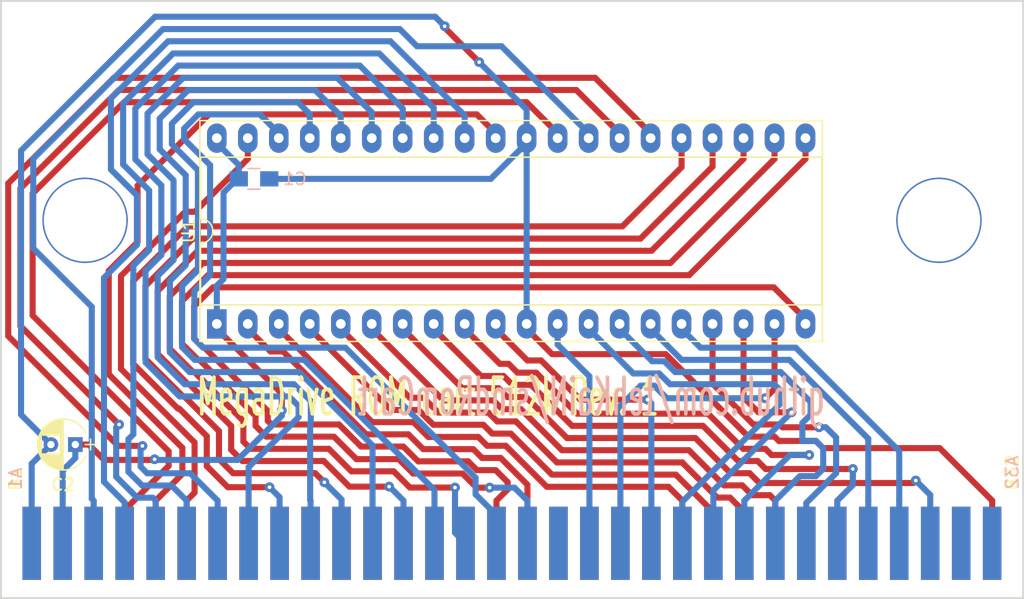
<source format=kicad_pcb>
(kicad_pcb (version 4) (host pcbnew 4.0.7)

  (general
    (links 45)
    (no_connects 0)
    (area 143.624999 48.924999 227.575001 98.075001)
    (thickness 1.6)
    (drawings 6)
    (tracks 524)
    (zones 0)
    (modules 6)
    (nets 64)
  )

  (page A4)
  (layers
    (0 F.Cu signal)
    (31 B.Cu signal)
    (32 B.Adhes user)
    (33 F.Adhes user)
    (34 B.Paste user)
    (35 F.Paste user)
    (36 B.SilkS user)
    (37 F.SilkS user)
    (38 B.Mask user)
    (39 F.Mask user)
    (40 Dwgs.User user)
    (41 Cmts.User user)
    (42 Eco1.User user)
    (43 Eco2.User user)
    (44 Edge.Cuts user)
    (45 Margin user)
    (46 B.CrtYd user)
    (47 F.CrtYd user)
    (48 B.Fab user hide)
    (49 F.Fab user hide)
  )

  (setup
    (last_trace_width 0.5)
    (trace_clearance 0.5)
    (zone_clearance 0.508)
    (zone_45_only yes)
    (trace_min 0.2)
    (segment_width 0.15)
    (edge_width 0.15)
    (via_size 0.8)
    (via_drill 0.3)
    (via_min_size 0.4)
    (via_min_drill 0.3)
    (uvia_size 0.3)
    (uvia_drill 0.1)
    (uvias_allowed no)
    (uvia_min_size 0.2)
    (uvia_min_drill 0.1)
    (pcb_text_width 0.3)
    (pcb_text_size 1.5 1.5)
    (mod_edge_width 0.15)
    (mod_text_size 1 1)
    (mod_text_width 0.15)
    (pad_size 7 7)
    (pad_drill 6.75)
    (pad_to_mask_clearance 0.2)
    (aux_axis_origin 0 0)
    (visible_elements 7FFFFFFF)
    (pcbplotparams
      (layerselection 0x00030_80000001)
      (usegerberextensions false)
      (excludeedgelayer true)
      (linewidth 0.100000)
      (plotframeref false)
      (viasonmask false)
      (mode 1)
      (useauxorigin false)
      (hpglpennumber 1)
      (hpglpenspeed 20)
      (hpglpendiameter 15)
      (hpglpenoverlay 2)
      (psnegative false)
      (psa4output false)
      (plotreference true)
      (plotvalue true)
      (plotinvisibletext false)
      (padsonsilk false)
      (subtractmaskfromsilk false)
      (outputformat 1)
      (mirror false)
      (drillshape 1)
      (scaleselection 1)
      (outputdirectory ""))
  )

  (net 0 "")
  (net 1 +5V)
  (net 2 GND)
  (net 3 "Net-(CON1-PadB01)")
  (net 4 "Net-(CON1-PadB02)")
  (net 5 "Net-(CON1-PadB03)")
  (net 6 /A8)
  (net 7 /A9)
  (net 8 /A17)
  (net 9 "Net-(CON1-PadB07)")
  (net 10 "Net-(CON1-PadB08)")
  (net 11 "Net-(CON1-PadB09)")
  (net 12 "Net-(CON1-PadB10)")
  (net 13 "Net-(CON1-PadB11)")
  (net 14 "Net-(CON1-PadB12)")
  (net 15 "Net-(CON1-PadB13)")
  (net 16 "Net-(CON1-PadB14)")
  (net 17 "Net-(CON1-PadB15)")
  (net 18 /OE)
  (net 19 "Net-(CON1-PadB18)")
  (net 20 "Net-(CON1-PadB19)")
  (net 21 "Net-(CON1-PadB20)")
  (net 22 "Net-(CON1-PadB21)")
  (net 23 /D15)
  (net 24 /D14)
  (net 25 /D13)
  (net 26 /D12)
  (net 27 "Net-(CON1-PadB26)")
  (net 28 "Net-(CON1-PadB27)")
  (net 29 "Net-(CON1-PadB28)")
  (net 30 "Net-(CON1-PadB29)")
  (net 31 "Net-(CON1-PadB30)")
  (net 32 "Net-(CON1-PadB31)")
  (net 33 /A7)
  (net 34 /A10)
  (net 35 /A6)
  (net 36 /A11)
  (net 37 /A5)
  (net 38 /A12)
  (net 39 /A4)
  (net 40 /A13)
  (net 41 /A3)
  (net 42 /A14)
  (net 43 /A2)
  (net 44 /A15)
  (net 45 /A1)
  (net 46 /A16)
  (net 47 /A0)
  (net 48 "Net-(CON1-PadA18)")
  (net 49 /D7)
  (net 50 /D0)
  (net 51 /D8)
  (net 52 /D6)
  (net 53 /D1)
  (net 54 /D9)
  (net 55 /D5)
  (net 56 /D2)
  (net 57 /D10)
  (net 58 /D4)
  (net 59 /D3)
  (net 60 /D11)
  (net 61 "Net-(CON1-PadA31)")
  (net 62 "Net-(CON1-PadA32)")
  (net 63 /CE)

  (net_class Default "This is the default net class."
    (clearance 0.5)
    (trace_width 0.5)
    (via_dia 0.8)
    (via_drill 0.3)
    (uvia_dia 0.3)
    (uvia_drill 0.1)
    (add_net +5V)
    (add_net /A0)
    (add_net /A1)
    (add_net /A10)
    (add_net /A11)
    (add_net /A12)
    (add_net /A13)
    (add_net /A14)
    (add_net /A15)
    (add_net /A16)
    (add_net /A17)
    (add_net /A2)
    (add_net /A3)
    (add_net /A4)
    (add_net /A5)
    (add_net /A6)
    (add_net /A7)
    (add_net /A8)
    (add_net /A9)
    (add_net /CE)
    (add_net /D0)
    (add_net /D1)
    (add_net /D10)
    (add_net /D11)
    (add_net /D12)
    (add_net /D13)
    (add_net /D14)
    (add_net /D15)
    (add_net /D2)
    (add_net /D3)
    (add_net /D4)
    (add_net /D5)
    (add_net /D6)
    (add_net /D7)
    (add_net /D8)
    (add_net /D9)
    (add_net /OE)
    (add_net GND)
    (add_net "Net-(CON1-PadA18)")
    (add_net "Net-(CON1-PadA31)")
    (add_net "Net-(CON1-PadA32)")
    (add_net "Net-(CON1-PadB01)")
    (add_net "Net-(CON1-PadB02)")
    (add_net "Net-(CON1-PadB03)")
    (add_net "Net-(CON1-PadB07)")
    (add_net "Net-(CON1-PadB08)")
    (add_net "Net-(CON1-PadB09)")
    (add_net "Net-(CON1-PadB10)")
    (add_net "Net-(CON1-PadB11)")
    (add_net "Net-(CON1-PadB12)")
    (add_net "Net-(CON1-PadB13)")
    (add_net "Net-(CON1-PadB14)")
    (add_net "Net-(CON1-PadB15)")
    (add_net "Net-(CON1-PadB18)")
    (add_net "Net-(CON1-PadB19)")
    (add_net "Net-(CON1-PadB20)")
    (add_net "Net-(CON1-PadB21)")
    (add_net "Net-(CON1-PadB26)")
    (add_net "Net-(CON1-PadB27)")
    (add_net "Net-(CON1-PadB28)")
    (add_net "Net-(CON1-PadB29)")
    (add_net "Net-(CON1-PadB30)")
    (add_net "Net-(CON1-PadB31)")
  )

  (module Capacitors_SMD:C_0805_HandSoldering (layer B.Cu) (tedit 58AA84A8) (tstamp 59F79EA3)
    (at 164.45 63.6)
    (descr "Capacitor SMD 0805, hand soldering")
    (tags "capacitor 0805")
    (path /59F77119)
    (attr smd)
    (fp_text reference C1 (at 3.35 0) (layer B.SilkS)
      (effects (font (size 1 1) (thickness 0.15)) (justify mirror))
    )
    (fp_text value 0.1uF (at 0 -1.75) (layer B.Fab)
      (effects (font (size 1 1) (thickness 0.15)) (justify mirror))
    )
    (fp_text user %R (at 3.35 0) (layer B.Fab)
      (effects (font (size 1 1) (thickness 0.15)) (justify mirror))
    )
    (fp_line (start -1 -0.62) (end -1 0.62) (layer B.Fab) (width 0.1))
    (fp_line (start 1 -0.62) (end -1 -0.62) (layer B.Fab) (width 0.1))
    (fp_line (start 1 0.62) (end 1 -0.62) (layer B.Fab) (width 0.1))
    (fp_line (start -1 0.62) (end 1 0.62) (layer B.Fab) (width 0.1))
    (fp_line (start 0.5 0.85) (end -0.5 0.85) (layer B.SilkS) (width 0.12))
    (fp_line (start -0.5 -0.85) (end 0.5 -0.85) (layer B.SilkS) (width 0.12))
    (fp_line (start -2.25 0.88) (end 2.25 0.88) (layer B.CrtYd) (width 0.05))
    (fp_line (start -2.25 0.88) (end -2.25 -0.87) (layer B.CrtYd) (width 0.05))
    (fp_line (start 2.25 -0.87) (end 2.25 0.88) (layer B.CrtYd) (width 0.05))
    (fp_line (start 2.25 -0.87) (end -2.25 -0.87) (layer B.CrtYd) (width 0.05))
    (pad 1 smd rect (at -1.25 0) (size 1.5 1.25) (layers B.Cu B.Paste B.Mask)
      (net 1 +5V))
    (pad 2 smd rect (at 1.25 0) (size 1.5 1.25) (layers B.Cu B.Paste B.Mask)
      (net 2 GND))
    (model Capacitors_SMD.3dshapes/C_0805.wrl
      (at (xyz 0 0 0))
      (scale (xyz 1 1 1))
      (rotate (xyz 0 0 0))
    )
  )

  (module Housings_DIP:DIP-40_W15.24mm_Socket_LongPads (layer F.Cu) (tedit 59C78D6C) (tstamp 59F79F1C)
    (at 161.4 75.5 90)
    (descr "40-lead though-hole mounted DIP package, row spacing 15.24 mm (600 mils), Socket, LongPads")
    (tags "THT DIP DIL PDIP 2.54mm 15.24mm 600mil Socket LongPads")
    (path /59F7FBBA)
    (fp_text reference U1 (at 7.62 -2.33 90) (layer F.SilkS)
      (effects (font (size 1 1) (thickness 0.15)))
    )
    (fp_text value 27C4002 (at 7.62 50.59 90) (layer F.Fab)
      (effects (font (size 1 1) (thickness 0.15)))
    )
    (fp_arc (start 7.62 -1.33) (end 6.62 -1.33) (angle -180) (layer F.SilkS) (width 0.12))
    (fp_line (start 1.255 -1.27) (end 14.985 -1.27) (layer F.Fab) (width 0.1))
    (fp_line (start 14.985 -1.27) (end 14.985 49.53) (layer F.Fab) (width 0.1))
    (fp_line (start 14.985 49.53) (end 0.255 49.53) (layer F.Fab) (width 0.1))
    (fp_line (start 0.255 49.53) (end 0.255 -0.27) (layer F.Fab) (width 0.1))
    (fp_line (start 0.255 -0.27) (end 1.255 -1.27) (layer F.Fab) (width 0.1))
    (fp_line (start -1.27 -1.33) (end -1.27 49.59) (layer F.Fab) (width 0.1))
    (fp_line (start -1.27 49.59) (end 16.51 49.59) (layer F.Fab) (width 0.1))
    (fp_line (start 16.51 49.59) (end 16.51 -1.33) (layer F.Fab) (width 0.1))
    (fp_line (start 16.51 -1.33) (end -1.27 -1.33) (layer F.Fab) (width 0.1))
    (fp_line (start 6.62 -1.33) (end 1.56 -1.33) (layer F.SilkS) (width 0.12))
    (fp_line (start 1.56 -1.33) (end 1.56 49.59) (layer F.SilkS) (width 0.12))
    (fp_line (start 1.56 49.59) (end 13.68 49.59) (layer F.SilkS) (width 0.12))
    (fp_line (start 13.68 49.59) (end 13.68 -1.33) (layer F.SilkS) (width 0.12))
    (fp_line (start 13.68 -1.33) (end 8.62 -1.33) (layer F.SilkS) (width 0.12))
    (fp_line (start -1.44 -1.39) (end -1.44 49.65) (layer F.SilkS) (width 0.12))
    (fp_line (start -1.44 49.65) (end 16.68 49.65) (layer F.SilkS) (width 0.12))
    (fp_line (start 16.68 49.65) (end 16.68 -1.39) (layer F.SilkS) (width 0.12))
    (fp_line (start 16.68 -1.39) (end -1.44 -1.39) (layer F.SilkS) (width 0.12))
    (fp_line (start -1.55 -1.6) (end -1.55 49.85) (layer F.CrtYd) (width 0.05))
    (fp_line (start -1.55 49.85) (end 16.8 49.85) (layer F.CrtYd) (width 0.05))
    (fp_line (start 16.8 49.85) (end 16.8 -1.6) (layer F.CrtYd) (width 0.05))
    (fp_line (start 16.8 -1.6) (end -1.55 -1.6) (layer F.CrtYd) (width 0.05))
    (fp_text user %R (at 7.62 24.13 90) (layer F.Fab)
      (effects (font (size 1 1) (thickness 0.15)))
    )
    (pad 1 thru_hole rect (at 0 0 90) (size 2.4 1.6) (drill 0.8) (layers *.Cu *.Mask)
      (net 1 +5V))
    (pad 21 thru_hole oval (at 15.24 48.26 90) (size 2.4 1.6) (drill 0.8) (layers *.Cu *.Mask)
      (net 47 /A0))
    (pad 2 thru_hole oval (at 0 2.54 90) (size 2.4 1.6) (drill 0.8) (layers *.Cu *.Mask)
      (net 63 /CE))
    (pad 22 thru_hole oval (at 15.24 45.72 90) (size 2.4 1.6) (drill 0.8) (layers *.Cu *.Mask)
      (net 45 /A1))
    (pad 3 thru_hole oval (at 0 5.08 90) (size 2.4 1.6) (drill 0.8) (layers *.Cu *.Mask)
      (net 23 /D15))
    (pad 23 thru_hole oval (at 15.24 43.18 90) (size 2.4 1.6) (drill 0.8) (layers *.Cu *.Mask)
      (net 43 /A2))
    (pad 4 thru_hole oval (at 0 7.62 90) (size 2.4 1.6) (drill 0.8) (layers *.Cu *.Mask)
      (net 24 /D14))
    (pad 24 thru_hole oval (at 15.24 40.64 90) (size 2.4 1.6) (drill 0.8) (layers *.Cu *.Mask)
      (net 41 /A3))
    (pad 5 thru_hole oval (at 0 10.16 90) (size 2.4 1.6) (drill 0.8) (layers *.Cu *.Mask)
      (net 25 /D13))
    (pad 25 thru_hole oval (at 15.24 38.1 90) (size 2.4 1.6) (drill 0.8) (layers *.Cu *.Mask)
      (net 39 /A4))
    (pad 6 thru_hole oval (at 0 12.7 90) (size 2.4 1.6) (drill 0.8) (layers *.Cu *.Mask)
      (net 26 /D12))
    (pad 26 thru_hole oval (at 15.24 35.56 90) (size 2.4 1.6) (drill 0.8) (layers *.Cu *.Mask)
      (net 37 /A5))
    (pad 7 thru_hole oval (at 0 15.24 90) (size 2.4 1.6) (drill 0.8) (layers *.Cu *.Mask)
      (net 60 /D11))
    (pad 27 thru_hole oval (at 15.24 33.02 90) (size 2.4 1.6) (drill 0.8) (layers *.Cu *.Mask)
      (net 35 /A6))
    (pad 8 thru_hole oval (at 0 17.78 90) (size 2.4 1.6) (drill 0.8) (layers *.Cu *.Mask)
      (net 57 /D10))
    (pad 28 thru_hole oval (at 15.24 30.48 90) (size 2.4 1.6) (drill 0.8) (layers *.Cu *.Mask)
      (net 33 /A7))
    (pad 9 thru_hole oval (at 0 20.32 90) (size 2.4 1.6) (drill 0.8) (layers *.Cu *.Mask)
      (net 54 /D9))
    (pad 29 thru_hole oval (at 15.24 27.94 90) (size 2.4 1.6) (drill 0.8) (layers *.Cu *.Mask)
      (net 6 /A8))
    (pad 10 thru_hole oval (at 0 22.86 90) (size 2.4 1.6) (drill 0.8) (layers *.Cu *.Mask)
      (net 51 /D8))
    (pad 30 thru_hole oval (at 15.24 25.4 90) (size 2.4 1.6) (drill 0.8) (layers *.Cu *.Mask)
      (net 2 GND))
    (pad 11 thru_hole oval (at 0 25.4 90) (size 2.4 1.6) (drill 0.8) (layers *.Cu *.Mask)
      (net 2 GND))
    (pad 31 thru_hole oval (at 15.24 22.86 90) (size 2.4 1.6) (drill 0.8) (layers *.Cu *.Mask)
      (net 7 /A9))
    (pad 12 thru_hole oval (at 0 27.94 90) (size 2.4 1.6) (drill 0.8) (layers *.Cu *.Mask)
      (net 49 /D7))
    (pad 32 thru_hole oval (at 15.24 20.32 90) (size 2.4 1.6) (drill 0.8) (layers *.Cu *.Mask)
      (net 34 /A10))
    (pad 13 thru_hole oval (at 0 30.48 90) (size 2.4 1.6) (drill 0.8) (layers *.Cu *.Mask)
      (net 52 /D6))
    (pad 33 thru_hole oval (at 15.24 17.78 90) (size 2.4 1.6) (drill 0.8) (layers *.Cu *.Mask)
      (net 36 /A11))
    (pad 14 thru_hole oval (at 0 33.02 90) (size 2.4 1.6) (drill 0.8) (layers *.Cu *.Mask)
      (net 55 /D5))
    (pad 34 thru_hole oval (at 15.24 15.24 90) (size 2.4 1.6) (drill 0.8) (layers *.Cu *.Mask)
      (net 38 /A12))
    (pad 15 thru_hole oval (at 0 35.56 90) (size 2.4 1.6) (drill 0.8) (layers *.Cu *.Mask)
      (net 58 /D4))
    (pad 35 thru_hole oval (at 15.24 12.7 90) (size 2.4 1.6) (drill 0.8) (layers *.Cu *.Mask)
      (net 40 /A13))
    (pad 16 thru_hole oval (at 0 38.1 90) (size 2.4 1.6) (drill 0.8) (layers *.Cu *.Mask)
      (net 59 /D3))
    (pad 36 thru_hole oval (at 15.24 10.16 90) (size 2.4 1.6) (drill 0.8) (layers *.Cu *.Mask)
      (net 42 /A14))
    (pad 17 thru_hole oval (at 0 40.64 90) (size 2.4 1.6) (drill 0.8) (layers *.Cu *.Mask)
      (net 56 /D2))
    (pad 37 thru_hole oval (at 15.24 7.62 90) (size 2.4 1.6) (drill 0.8) (layers *.Cu *.Mask)
      (net 44 /A15))
    (pad 18 thru_hole oval (at 0 43.18 90) (size 2.4 1.6) (drill 0.8) (layers *.Cu *.Mask)
      (net 53 /D1))
    (pad 38 thru_hole oval (at 15.24 5.08 90) (size 2.4 1.6) (drill 0.8) (layers *.Cu *.Mask)
      (net 46 /A16))
    (pad 19 thru_hole oval (at 0 45.72 90) (size 2.4 1.6) (drill 0.8) (layers *.Cu *.Mask)
      (net 50 /D0))
    (pad 39 thru_hole oval (at 15.24 2.54 90) (size 2.4 1.6) (drill 0.8) (layers *.Cu *.Mask)
      (net 8 /A17))
    (pad 20 thru_hole oval (at 0 48.26 90) (size 2.4 1.6) (drill 0.8) (layers *.Cu *.Mask)
      (net 18 /OE))
    (pad 40 thru_hole oval (at 15.24 0 90) (size 2.4 1.6) (drill 0.8) (layers *.Cu *.Mask)
      (net 1 +5V))
    (model Housings_DIP.3dshapes/DIP-40_W15.24mm.wrl
      (at (xyz 0 0 0.13))
      (scale (xyz 1 1 1))
      (rotate (xyz 0 0 0))
    )
    (model unused_3d.3dshapes/dil.sockets.dil_socket_40_600.wrl
      (at (xyz 0.3 -0.95 0))
      (scale (xyz 1 1 1))
      (rotate (xyz 0 0 90))
    )
  )

  (module Connect:1pin (layer F.Cu) (tedit 59FA0B8A) (tstamp 59F99357)
    (at 150.6 67)
    (descr "module 1 pin (ou trou mecanique de percage)")
    (tags DEV)
    (fp_text reference REF** (at 0.2 0.1) (layer F.SilkS) hide
      (effects (font (size 1 1) (thickness 0.15)))
    )
    (fp_text value 1pin (at 0 3) (layer F.Fab)
      (effects (font (size 1 1) (thickness 0.15)))
    )
    (fp_circle (center 0 0) (end 2 0.8) (layer F.Fab) (width 0.1))
    (fp_circle (center 0 0) (end 2.6 0) (layer F.CrtYd) (width 0.05))
    (fp_circle (center 0 0) (end 0 -2.286) (layer F.SilkS) (width 0.12))
    (pad "" np_thru_hole circle (at 0 0) (size 7 7) (drill 6.75) (layers *.Cu *.Mask))
  )

  (module Connect:1pin (layer F.Cu) (tedit 59FA0B85) (tstamp 59F99469)
    (at 220.6 67)
    (descr "module 1 pin (ou trou mecanique de percage)")
    (tags DEV)
    (fp_text reference REF** (at 0.4 -0.2) (layer F.SilkS) hide
      (effects (font (size 1 1) (thickness 0.15)))
    )
    (fp_text value 1pin (at 0 3) (layer F.Fab)
      (effects (font (size 1 1) (thickness 0.15)))
    )
    (fp_circle (center 0 0) (end 2 0.8) (layer F.Fab) (width 0.1))
    (fp_circle (center 0 0) (end 2.6 0) (layer F.CrtYd) (width 0.05))
    (fp_circle (center 0 0) (end 0 -2.286) (layer F.SilkS) (width 0.12))
    (pad "" np_thru_hole circle (at 0 0) (size 7 7) (drill 6.75) (layers *.Cu *.Mask))
  )

  (module Capacitors_ThroughHole:CP_Radial_D4.0mm_P2.00mm (layer F.Cu) (tedit 597BC7C2) (tstamp 59FA0659)
    (at 149.8 85.4 180)
    (descr "CP, Radial series, Radial, pin pitch=2.00mm, , diameter=4mm, Electrolytic Capacitor")
    (tags "CP Radial series Radial pin pitch 2.00mm  diameter 4mm Electrolytic Capacitor")
    (path /59F770B8)
    (fp_text reference C2 (at 1 -3.31 180) (layer F.SilkS)
      (effects (font (size 1 1) (thickness 0.15)))
    )
    (fp_text value 4.7uF (at 1 3.31 180) (layer F.Fab)
      (effects (font (size 1 1) (thickness 0.15)))
    )
    (fp_arc (start 1 0) (end -0.845996 -0.98) (angle 124.1) (layer F.SilkS) (width 0.12))
    (fp_arc (start 1 0) (end -0.845996 0.98) (angle -124.1) (layer F.SilkS) (width 0.12))
    (fp_arc (start 1 0) (end 2.845996 -0.98) (angle 55.9) (layer F.SilkS) (width 0.12))
    (fp_circle (center 1 0) (end 3 0) (layer F.Fab) (width 0.1))
    (fp_line (start -1.7 0) (end -0.8 0) (layer F.Fab) (width 0.1))
    (fp_line (start -1.25 -0.45) (end -1.25 0.45) (layer F.Fab) (width 0.1))
    (fp_line (start 1 -2.05) (end 1 2.05) (layer F.SilkS) (width 0.12))
    (fp_line (start 1.04 -2.05) (end 1.04 2.05) (layer F.SilkS) (width 0.12))
    (fp_line (start 1.08 -2.049) (end 1.08 2.049) (layer F.SilkS) (width 0.12))
    (fp_line (start 1.12 -2.047) (end 1.12 2.047) (layer F.SilkS) (width 0.12))
    (fp_line (start 1.16 -2.044) (end 1.16 2.044) (layer F.SilkS) (width 0.12))
    (fp_line (start 1.2 -2.041) (end 1.2 2.041) (layer F.SilkS) (width 0.12))
    (fp_line (start 1.24 -2.037) (end 1.24 -0.78) (layer F.SilkS) (width 0.12))
    (fp_line (start 1.24 0.78) (end 1.24 2.037) (layer F.SilkS) (width 0.12))
    (fp_line (start 1.28 -2.032) (end 1.28 -0.78) (layer F.SilkS) (width 0.12))
    (fp_line (start 1.28 0.78) (end 1.28 2.032) (layer F.SilkS) (width 0.12))
    (fp_line (start 1.32 -2.026) (end 1.32 -0.78) (layer F.SilkS) (width 0.12))
    (fp_line (start 1.32 0.78) (end 1.32 2.026) (layer F.SilkS) (width 0.12))
    (fp_line (start 1.36 -2.019) (end 1.36 -0.78) (layer F.SilkS) (width 0.12))
    (fp_line (start 1.36 0.78) (end 1.36 2.019) (layer F.SilkS) (width 0.12))
    (fp_line (start 1.4 -2.012) (end 1.4 -0.78) (layer F.SilkS) (width 0.12))
    (fp_line (start 1.4 0.78) (end 1.4 2.012) (layer F.SilkS) (width 0.12))
    (fp_line (start 1.44 -2.004) (end 1.44 -0.78) (layer F.SilkS) (width 0.12))
    (fp_line (start 1.44 0.78) (end 1.44 2.004) (layer F.SilkS) (width 0.12))
    (fp_line (start 1.48 -1.995) (end 1.48 -0.78) (layer F.SilkS) (width 0.12))
    (fp_line (start 1.48 0.78) (end 1.48 1.995) (layer F.SilkS) (width 0.12))
    (fp_line (start 1.52 -1.985) (end 1.52 -0.78) (layer F.SilkS) (width 0.12))
    (fp_line (start 1.52 0.78) (end 1.52 1.985) (layer F.SilkS) (width 0.12))
    (fp_line (start 1.56 -1.974) (end 1.56 -0.78) (layer F.SilkS) (width 0.12))
    (fp_line (start 1.56 0.78) (end 1.56 1.974) (layer F.SilkS) (width 0.12))
    (fp_line (start 1.6 -1.963) (end 1.6 -0.78) (layer F.SilkS) (width 0.12))
    (fp_line (start 1.6 0.78) (end 1.6 1.963) (layer F.SilkS) (width 0.12))
    (fp_line (start 1.64 -1.95) (end 1.64 -0.78) (layer F.SilkS) (width 0.12))
    (fp_line (start 1.64 0.78) (end 1.64 1.95) (layer F.SilkS) (width 0.12))
    (fp_line (start 1.68 -1.937) (end 1.68 -0.78) (layer F.SilkS) (width 0.12))
    (fp_line (start 1.68 0.78) (end 1.68 1.937) (layer F.SilkS) (width 0.12))
    (fp_line (start 1.721 -1.923) (end 1.721 -0.78) (layer F.SilkS) (width 0.12))
    (fp_line (start 1.721 0.78) (end 1.721 1.923) (layer F.SilkS) (width 0.12))
    (fp_line (start 1.761 -1.907) (end 1.761 -0.78) (layer F.SilkS) (width 0.12))
    (fp_line (start 1.761 0.78) (end 1.761 1.907) (layer F.SilkS) (width 0.12))
    (fp_line (start 1.801 -1.891) (end 1.801 -0.78) (layer F.SilkS) (width 0.12))
    (fp_line (start 1.801 0.78) (end 1.801 1.891) (layer F.SilkS) (width 0.12))
    (fp_line (start 1.841 -1.874) (end 1.841 -0.78) (layer F.SilkS) (width 0.12))
    (fp_line (start 1.841 0.78) (end 1.841 1.874) (layer F.SilkS) (width 0.12))
    (fp_line (start 1.881 -1.856) (end 1.881 -0.78) (layer F.SilkS) (width 0.12))
    (fp_line (start 1.881 0.78) (end 1.881 1.856) (layer F.SilkS) (width 0.12))
    (fp_line (start 1.921 -1.837) (end 1.921 -0.78) (layer F.SilkS) (width 0.12))
    (fp_line (start 1.921 0.78) (end 1.921 1.837) (layer F.SilkS) (width 0.12))
    (fp_line (start 1.961 -1.817) (end 1.961 -0.78) (layer F.SilkS) (width 0.12))
    (fp_line (start 1.961 0.78) (end 1.961 1.817) (layer F.SilkS) (width 0.12))
    (fp_line (start 2.001 -1.796) (end 2.001 -0.78) (layer F.SilkS) (width 0.12))
    (fp_line (start 2.001 0.78) (end 2.001 1.796) (layer F.SilkS) (width 0.12))
    (fp_line (start 2.041 -1.773) (end 2.041 -0.78) (layer F.SilkS) (width 0.12))
    (fp_line (start 2.041 0.78) (end 2.041 1.773) (layer F.SilkS) (width 0.12))
    (fp_line (start 2.081 -1.75) (end 2.081 -0.78) (layer F.SilkS) (width 0.12))
    (fp_line (start 2.081 0.78) (end 2.081 1.75) (layer F.SilkS) (width 0.12))
    (fp_line (start 2.121 -1.725) (end 2.121 -0.78) (layer F.SilkS) (width 0.12))
    (fp_line (start 2.121 0.78) (end 2.121 1.725) (layer F.SilkS) (width 0.12))
    (fp_line (start 2.161 -1.699) (end 2.161 -0.78) (layer F.SilkS) (width 0.12))
    (fp_line (start 2.161 0.78) (end 2.161 1.699) (layer F.SilkS) (width 0.12))
    (fp_line (start 2.201 -1.672) (end 2.201 -0.78) (layer F.SilkS) (width 0.12))
    (fp_line (start 2.201 0.78) (end 2.201 1.672) (layer F.SilkS) (width 0.12))
    (fp_line (start 2.241 -1.643) (end 2.241 -0.78) (layer F.SilkS) (width 0.12))
    (fp_line (start 2.241 0.78) (end 2.241 1.643) (layer F.SilkS) (width 0.12))
    (fp_line (start 2.281 -1.613) (end 2.281 -0.78) (layer F.SilkS) (width 0.12))
    (fp_line (start 2.281 0.78) (end 2.281 1.613) (layer F.SilkS) (width 0.12))
    (fp_line (start 2.321 -1.581) (end 2.321 -0.78) (layer F.SilkS) (width 0.12))
    (fp_line (start 2.321 0.78) (end 2.321 1.581) (layer F.SilkS) (width 0.12))
    (fp_line (start 2.361 -1.547) (end 2.361 -0.78) (layer F.SilkS) (width 0.12))
    (fp_line (start 2.361 0.78) (end 2.361 1.547) (layer F.SilkS) (width 0.12))
    (fp_line (start 2.401 -1.512) (end 2.401 -0.78) (layer F.SilkS) (width 0.12))
    (fp_line (start 2.401 0.78) (end 2.401 1.512) (layer F.SilkS) (width 0.12))
    (fp_line (start 2.441 -1.475) (end 2.441 -0.78) (layer F.SilkS) (width 0.12))
    (fp_line (start 2.441 0.78) (end 2.441 1.475) (layer F.SilkS) (width 0.12))
    (fp_line (start 2.481 -1.436) (end 2.481 -0.78) (layer F.SilkS) (width 0.12))
    (fp_line (start 2.481 0.78) (end 2.481 1.436) (layer F.SilkS) (width 0.12))
    (fp_line (start 2.521 -1.395) (end 2.521 -0.78) (layer F.SilkS) (width 0.12))
    (fp_line (start 2.521 0.78) (end 2.521 1.395) (layer F.SilkS) (width 0.12))
    (fp_line (start 2.561 -1.351) (end 2.561 -0.78) (layer F.SilkS) (width 0.12))
    (fp_line (start 2.561 0.78) (end 2.561 1.351) (layer F.SilkS) (width 0.12))
    (fp_line (start 2.601 -1.305) (end 2.601 -0.78) (layer F.SilkS) (width 0.12))
    (fp_line (start 2.601 0.78) (end 2.601 1.305) (layer F.SilkS) (width 0.12))
    (fp_line (start 2.641 -1.256) (end 2.641 -0.78) (layer F.SilkS) (width 0.12))
    (fp_line (start 2.641 0.78) (end 2.641 1.256) (layer F.SilkS) (width 0.12))
    (fp_line (start 2.681 -1.204) (end 2.681 -0.78) (layer F.SilkS) (width 0.12))
    (fp_line (start 2.681 0.78) (end 2.681 1.204) (layer F.SilkS) (width 0.12))
    (fp_line (start 2.721 -1.148) (end 2.721 -0.78) (layer F.SilkS) (width 0.12))
    (fp_line (start 2.721 0.78) (end 2.721 1.148) (layer F.SilkS) (width 0.12))
    (fp_line (start 2.761 -1.088) (end 2.761 -0.78) (layer F.SilkS) (width 0.12))
    (fp_line (start 2.761 0.78) (end 2.761 1.088) (layer F.SilkS) (width 0.12))
    (fp_line (start 2.801 -1.023) (end 2.801 1.023) (layer F.SilkS) (width 0.12))
    (fp_line (start 2.841 -0.952) (end 2.841 0.952) (layer F.SilkS) (width 0.12))
    (fp_line (start 2.881 -0.874) (end 2.881 0.874) (layer F.SilkS) (width 0.12))
    (fp_line (start 2.921 -0.786) (end 2.921 0.786) (layer F.SilkS) (width 0.12))
    (fp_line (start 2.961 -0.686) (end 2.961 0.686) (layer F.SilkS) (width 0.12))
    (fp_line (start 3.001 -0.567) (end 3.001 0.567) (layer F.SilkS) (width 0.12))
    (fp_line (start 3.041 -0.415) (end 3.041 0.415) (layer F.SilkS) (width 0.12))
    (fp_line (start 3.081 -0.165) (end 3.081 0.165) (layer F.SilkS) (width 0.12))
    (fp_line (start -1.7 0) (end -0.8 0) (layer F.SilkS) (width 0.12))
    (fp_line (start -1.25 -0.45) (end -1.25 0.45) (layer F.SilkS) (width 0.12))
    (fp_line (start -1.35 -2.35) (end -1.35 2.35) (layer F.CrtYd) (width 0.05))
    (fp_line (start -1.35 2.35) (end 3.35 2.35) (layer F.CrtYd) (width 0.05))
    (fp_line (start 3.35 2.35) (end 3.35 -2.35) (layer F.CrtYd) (width 0.05))
    (fp_line (start 3.35 -2.35) (end -1.35 -2.35) (layer F.CrtYd) (width 0.05))
    (fp_text user %R (at 1 0 180) (layer F.Fab)
      (effects (font (size 1 1) (thickness 0.15)))
    )
    (pad 1 thru_hole rect (at 0 0 180) (size 1.2 1.2) (drill 0.6) (layers *.Cu *.Mask)
      (net 1 +5V))
    (pad 2 thru_hole circle (at 2 0 180) (size 1.2 1.2) (drill 0.6) (layers *.Cu *.Mask)
      (net 2 GND))
    (model ${KISYS3DMOD}/Capacitors_THT.3dshapes/CP_Radial_D4.0mm_P2.00mm.wrl
      (at (xyz 0 0 0))
      (scale (xyz 1 1 1))
      (rotate (xyz 0 0 0))
    )
  )

  (module megadrive:md_cart_edge_conn (layer F.Cu) (tedit 59FA16BC) (tstamp 59F79EF0)
    (at 146.225 93.5)
    (path /59F7FA11)
    (fp_text reference CON1 (at 48.26 -5.08) (layer F.SilkS) hide
      (effects (font (size 1 1) (thickness 0.15)))
    )
    (fp_text value cartridge_connector (at 35.56 -5.08) (layer F.Fab)
      (effects (font (size 1 1) (thickness 0.15)))
    )
    (fp_text user A32 (at 80.375 -5.8 90) (layer B.SilkS)
      (effects (font (size 1 1) (thickness 0.15)) (justify mirror))
    )
    (fp_text user A1 (at -1.325 -5.3 90) (layer B.SilkS)
      (effects (font (size 1 1) (thickness 0.15)) (justify mirror))
    )
    (fp_text user B1 (at -1.325 -5.3 90) (layer F.SilkS)
      (effects (font (size 1 1) (thickness 0.15)))
    )
    (fp_text user B32 (at 80.375 -5.8 90) (layer F.SilkS)
      (effects (font (size 1 1) (thickness 0.15)))
    )
    (pad B01 smd rect (at 0 0) (size 1.524 6) (layers F.Cu F.Paste F.Mask)
      (net 3 "Net-(CON1-PadB01)") (solder_mask_margin 1))
    (pad B02 smd rect (at 2.54 0) (size 1.524 6) (layers F.Cu F.Paste F.Mask)
      (net 4 "Net-(CON1-PadB02)") (solder_mask_margin 1))
    (pad B03 smd rect (at 5.08 0) (size 1.524 6) (layers F.Cu F.Paste F.Mask)
      (net 5 "Net-(CON1-PadB03)") (solder_mask_margin 1))
    (pad B04 smd rect (at 7.62 0) (size 1.524 6) (layers F.Cu F.Paste F.Mask)
      (net 6 /A8) (solder_mask_margin 1))
    (pad B05 smd rect (at 10.16 0) (size 1.524 6) (layers F.Cu F.Paste F.Mask)
      (net 7 /A9) (solder_mask_margin 1))
    (pad B06 smd rect (at 12.7 0) (size 1.524 6) (layers F.Cu F.Paste F.Mask)
      (net 8 /A17) (solder_mask_margin 1))
    (pad B07 smd rect (at 15.24 0) (size 1.524 6) (layers F.Cu F.Paste F.Mask)
      (net 9 "Net-(CON1-PadB07)") (solder_mask_margin 1))
    (pad B08 smd rect (at 17.78 0) (size 1.524 6) (layers F.Cu F.Paste F.Mask)
      (net 10 "Net-(CON1-PadB08)") (solder_mask_margin 1))
    (pad B09 smd rect (at 20.32 0) (size 1.524 6) (layers F.Cu F.Paste F.Mask)
      (net 11 "Net-(CON1-PadB09)") (solder_mask_margin 1))
    (pad B10 smd rect (at 22.86 0) (size 1.524 6) (layers F.Cu F.Paste F.Mask)
      (net 12 "Net-(CON1-PadB10)") (solder_mask_margin 1))
    (pad B11 smd rect (at 25.4 0) (size 1.524 6) (layers F.Cu F.Paste F.Mask)
      (net 13 "Net-(CON1-PadB11)") (solder_mask_margin 1))
    (pad B12 smd rect (at 27.94 0) (size 1.524 6) (layers F.Cu F.Paste F.Mask)
      (net 14 "Net-(CON1-PadB12)") (solder_mask_margin 1))
    (pad B13 smd rect (at 30.48 0) (size 1.524 6) (layers F.Cu F.Paste F.Mask)
      (net 15 "Net-(CON1-PadB13)") (solder_mask_margin 1))
    (pad B14 smd rect (at 33.02 0) (size 1.524 6) (layers F.Cu F.Paste F.Mask)
      (net 16 "Net-(CON1-PadB14)") (solder_mask_margin 1))
    (pad B15 smd rect (at 35.56 0) (size 1.524 6) (layers F.Cu F.Paste F.Mask)
      (net 17 "Net-(CON1-PadB15)") (solder_mask_margin 1))
    (pad B16 smd rect (at 38.1 0) (size 1.524 6) (layers F.Cu F.Paste F.Mask)
      (net 18 /OE) (solder_mask_margin 1))
    (pad B17 smd rect (at 40.64 0) (size 1.524 6) (layers F.Cu F.Paste F.Mask)
      (net 63 /CE) (solder_mask_margin 1))
    (pad B18 smd rect (at 43.18 0) (size 1.524 6) (layers F.Cu F.Paste F.Mask)
      (net 19 "Net-(CON1-PadB18)") (solder_mask_margin 1))
    (pad B19 smd rect (at 45.72 0) (size 1.524 6) (layers F.Cu F.Paste F.Mask)
      (net 20 "Net-(CON1-PadB19)") (solder_mask_margin 1))
    (pad B20 smd rect (at 48.26 0) (size 1.524 6) (layers F.Cu F.Paste F.Mask)
      (net 21 "Net-(CON1-PadB20)") (solder_mask_margin 1))
    (pad B21 smd rect (at 50.8 0) (size 1.524 6) (layers F.Cu F.Paste F.Mask)
      (net 22 "Net-(CON1-PadB21)") (solder_mask_margin 1))
    (pad B22 smd rect (at 53.34 0) (size 1.524 6) (layers F.Cu F.Paste F.Mask)
      (net 23 /D15) (solder_mask_margin 1))
    (pad B23 smd rect (at 55.88 0) (size 1.524 6) (layers F.Cu F.Paste F.Mask)
      (net 24 /D14) (solder_mask_margin 1))
    (pad B24 smd rect (at 58.42 0) (size 1.524 6) (layers F.Cu F.Paste F.Mask)
      (net 25 /D13) (solder_mask_margin 1))
    (pad B25 smd rect (at 60.96 0) (size 1.524 6) (layers F.Cu F.Paste F.Mask)
      (net 26 /D12) (solder_mask_margin 1))
    (pad B26 smd rect (at 63.5 0) (size 1.524 6) (layers F.Cu F.Paste F.Mask)
      (net 27 "Net-(CON1-PadB26)") (solder_mask_margin 1))
    (pad B27 smd rect (at 66.04 0) (size 1.524 6) (layers F.Cu F.Paste F.Mask)
      (net 28 "Net-(CON1-PadB27)") (solder_mask_margin 1))
    (pad B28 smd rect (at 68.58 0) (size 1.524 6) (layers F.Cu F.Paste F.Mask)
      (net 29 "Net-(CON1-PadB28)") (solder_mask_margin 1))
    (pad B29 smd rect (at 71.12 0) (size 1.524 6) (layers F.Cu F.Paste F.Mask)
      (net 30 "Net-(CON1-PadB29)") (solder_mask_margin 1))
    (pad B30 smd rect (at 73.66 0) (size 1.524 6) (layers F.Cu F.Paste F.Mask)
      (net 31 "Net-(CON1-PadB30)") (solder_mask_margin 1))
    (pad B31 smd rect (at 76.2 0) (size 1.524 6) (layers F.Cu F.Paste F.Mask)
      (net 32 "Net-(CON1-PadB31)") (solder_mask_margin 1))
    (pad B32 smd rect (at 78.74 0) (size 1.524 6) (layers F.Cu F.Paste F.Mask)
      (net 2 GND) (solder_mask_margin 1))
    (pad A01 smd rect (at 0 0) (size 1.524 6) (layers B.Cu B.Paste B.Mask)
      (net 2 GND) (solder_mask_margin 1))
    (pad A02 smd rect (at 2.54 0) (size 1.524 6) (layers B.Cu B.Paste B.Mask)
      (net 1 +5V) (solder_mask_margin 1))
    (pad A03 smd rect (at 5.08 0) (size 1.524 6) (layers B.Cu B.Paste B.Mask)
      (net 33 /A7) (solder_mask_margin 1))
    (pad A04 smd rect (at 7.62 0) (size 1.524 6) (layers B.Cu B.Paste B.Mask)
      (net 34 /A10) (solder_mask_margin 1))
    (pad A05 smd rect (at 10.16 0) (size 1.524 6) (layers B.Cu B.Paste B.Mask)
      (net 35 /A6) (solder_mask_margin 1))
    (pad A06 smd rect (at 12.7 0) (size 1.524 6) (layers B.Cu B.Paste B.Mask)
      (net 36 /A11) (solder_mask_margin 1))
    (pad A07 smd rect (at 15.24 0) (size 1.524 6) (layers B.Cu B.Paste B.Mask)
      (net 37 /A5) (solder_mask_margin 1))
    (pad A08 smd rect (at 17.78 0) (size 1.524 6) (layers B.Cu B.Paste B.Mask)
      (net 38 /A12) (solder_mask_margin 1))
    (pad A09 smd rect (at 20.32 0) (size 1.524 6) (layers B.Cu B.Paste B.Mask)
      (net 39 /A4) (solder_mask_margin 1))
    (pad A10 smd rect (at 22.86 0) (size 1.524 6) (layers B.Cu B.Paste B.Mask)
      (net 40 /A13) (solder_mask_margin 1))
    (pad A11 smd rect (at 25.4 0) (size 1.524 6) (layers B.Cu B.Paste B.Mask)
      (net 41 /A3) (solder_mask_margin 1))
    (pad A12 smd rect (at 27.94 0) (size 1.524 6) (layers B.Cu B.Paste B.Mask)
      (net 42 /A14) (solder_mask_margin 1))
    (pad A13 smd rect (at 30.48 0) (size 1.524 6) (layers B.Cu B.Paste B.Mask)
      (net 43 /A2) (solder_mask_margin 1))
    (pad A14 smd rect (at 33.02 0) (size 1.524 6) (layers B.Cu B.Paste B.Mask)
      (net 44 /A15) (solder_mask_margin 1))
    (pad A15 smd rect (at 35.56 0) (size 1.524 6) (layers B.Cu B.Paste B.Mask)
      (net 45 /A1) (solder_mask_margin 1))
    (pad A16 smd rect (at 38.1 0) (size 1.524 6) (layers B.Cu B.Paste B.Mask)
      (net 46 /A16) (solder_mask_margin 1))
    (pad A17 smd rect (at 40.64 0) (size 1.524 6) (layers B.Cu B.Paste B.Mask)
      (net 47 /A0) (solder_mask_margin 1))
    (pad A18 smd rect (at 43.18 0) (size 1.524 6) (layers B.Cu B.Paste B.Mask)
      (net 48 "Net-(CON1-PadA18)") (solder_mask_margin 1))
    (pad A19 smd rect (at 45.72 0) (size 1.524 6) (layers B.Cu B.Paste B.Mask)
      (net 49 /D7) (solder_mask_margin 1))
    (pad A20 smd rect (at 48.26 0) (size 1.524 6) (layers B.Cu B.Paste B.Mask)
      (net 50 /D0) (solder_mask_margin 1))
    (pad A21 smd rect (at 50.8 0) (size 1.524 6) (layers B.Cu B.Paste B.Mask)
      (net 51 /D8) (solder_mask_margin 1))
    (pad A22 smd rect (at 53.34 0) (size 1.524 6) (layers B.Cu B.Paste B.Mask)
      (net 52 /D6) (solder_mask_margin 1))
    (pad A23 smd rect (at 55.88 0) (size 1.524 6) (layers B.Cu B.Paste B.Mask)
      (net 53 /D1) (solder_mask_margin 1))
    (pad A24 smd rect (at 58.42 0) (size 1.524 6) (layers B.Cu B.Paste B.Mask)
      (net 54 /D9) (solder_mask_margin 1))
    (pad A25 smd rect (at 60.96 0) (size 1.524 6) (layers B.Cu B.Paste B.Mask)
      (net 55 /D5) (solder_mask_margin 1))
    (pad A26 smd rect (at 63.5 0) (size 1.524 6) (layers B.Cu B.Paste B.Mask)
      (net 56 /D2) (solder_mask_margin 1))
    (pad A27 smd rect (at 66.04 0) (size 1.524 6) (layers B.Cu B.Paste B.Mask)
      (net 57 /D10) (solder_mask_margin 1))
    (pad A28 smd rect (at 68.58 0) (size 1.524 6) (layers B.Cu B.Paste B.Mask)
      (net 58 /D4) (solder_mask_margin 1))
    (pad A29 smd rect (at 71.12 0) (size 1.524 6) (layers B.Cu B.Paste B.Mask)
      (net 59 /D3) (solder_mask_margin 1))
    (pad A30 smd rect (at 73.66 0) (size 1.524 6) (layers B.Cu B.Paste B.Mask)
      (net 60 /D11) (solder_mask_margin 1))
    (pad A31 smd rect (at 76.2 0) (size 1.524 6) (layers B.Cu B.Paste B.Mask)
      (net 61 "Net-(CON1-PadA31)") (solder_mask_margin 1))
    (pad A32 smd rect (at 78.74 0) (size 1.524 6) (layers B.Cu B.Paste B.Mask)
      (net 62 "Net-(CON1-PadA32)") (solder_mask_margin 1))
  )

  (gr_text github.com/tehKaiN/smdRomCart (at 192.1 81.5) (layer B.SilkS)
    (effects (font (size 3 1.5) (thickness 0.3)) (justify mirror))
  )
  (gr_text "MegaDrive ROM cart 512k Rev. 1" (at 178.7 81.5) (layer F.SilkS)
    (effects (font (size 3 1.5) (thickness 0.3)))
  )
  (gr_line (start 143.7 98) (end 227.5 98) (layer Edge.Cuts) (width 0.15))
  (gr_line (start 143.7 98) (end 143.7 49) (layer Edge.Cuts) (width 0.15))
  (gr_line (start 227.5 49) (end 143.7 49) (layer Edge.Cuts) (width 0.15))
  (gr_line (start 227.5 98) (end 227.5 49) (layer Edge.Cuts) (width 0.15))

  (segment (start 149.8 85.4) (end 150.9 85.4) (width 0.5) (layer F.Cu) (net 1) (status 10))
  (segment (start 150.9 85.4) (end 152.161774 86.661774) (width 0.5) (layer F.Cu) (net 1))
  (segment (start 152.161774 86.661774) (end 156.244789 86.661774) (width 0.5) (layer F.Cu) (net 1))
  (segment (start 156.244789 86.661774) (end 156.30007 86.606493) (width 0.5) (layer F.Cu) (net 1))
  (segment (start 166.727664 82.600126) (end 166.727664 83.036366) (width 0.5) (layer B.Cu) (net 1))
  (segment (start 166.727664 83.036366) (end 163.102256 86.661774) (width 0.5) (layer B.Cu) (net 1))
  (segment (start 163.102256 86.661774) (end 156.355351 86.661774) (width 0.5) (layer B.Cu) (net 1))
  (segment (start 156.355351 86.661774) (end 156.30007 86.606493) (width 0.5) (layer B.Cu) (net 1))
  (segment (start 166.727664 81.227664) (end 166.727664 82.600126) (width 0.5) (layer F.Cu) (net 1))
  (via (at 166.727664 82.600126) (size 0.8) (drill 0.3) (layers F.Cu B.Cu) (net 1))
  (segment (start 161.4 75.5) (end 161.4 75.9) (width 0.5) (layer F.Cu) (net 1) (status 30))
  (segment (start 161.4 75.9) (end 166.727664 81.227664) (width 0.5) (layer F.Cu) (net 1) (status 10))
  (via (at 156.30007 86.606493) (size 0.8) (drill 0.3) (layers F.Cu B.Cu) (net 1))
  (segment (start 149.8 85.4) (end 149.8 86.5) (width 0.5) (layer B.Cu) (net 1) (status 10))
  (segment (start 161.4 72.36954) (end 161.4 75.5) (width 0.5) (layer B.Cu) (net 1) (status 20))
  (segment (start 163.075 63.6) (end 161.95 64.725) (width 0.5) (layer B.Cu) (net 1) (status 10))
  (segment (start 161.95 64.725) (end 161.95 71.81954) (width 0.5) (layer B.Cu) (net 1))
  (segment (start 163.2 63.6) (end 163.075 63.6) (width 0.5) (layer B.Cu) (net 1) (status 30))
  (segment (start 161.95 71.81954) (end 161.4 72.36954) (width 0.5) (layer B.Cu) (net 1))
  (segment (start 161.4 60.26) (end 161.4 60.66) (width 0.5) (layer B.Cu) (net 1) (status 30))
  (segment (start 161.4 60.66) (end 163.2 62.46) (width 0.5) (layer B.Cu) (net 1) (status 10))
  (segment (start 163.2 62.46) (end 163.2 63.6) (width 0.5) (layer B.Cu) (net 1) (status 20))
  (segment (start 149.8 86.5) (end 148.765 87.535) (width 0.5) (layer B.Cu) (net 1))
  (segment (start 148.765 87.535) (end 148.765 93.5) (width 0.5) (layer B.Cu) (net 1) (status 20))
  (segment (start 186.8 75.5) (end 186.8 75.9) (width 0.5) (layer F.Cu) (net 2))
  (segment (start 198.200733 77.983194) (end 204.967616 84.750077) (width 0.5) (layer F.Cu) (net 2))
  (segment (start 207.12223 84.750077) (end 207.476563 85.10441) (width 0.5) (layer F.Cu) (net 2))
  (segment (start 224.965 90) (end 224.965 93.5) (width 0.5) (layer F.Cu) (net 2))
  (segment (start 186.8 75.9) (end 188.883194 77.983194) (width 0.5) (layer F.Cu) (net 2))
  (segment (start 207.476563 85.10441) (end 210.512451 85.10441) (width 0.5) (layer F.Cu) (net 2))
  (segment (start 204.967616 84.750077) (end 207.12223 84.750077) (width 0.5) (layer F.Cu) (net 2))
  (segment (start 220.655807 85.690807) (end 224.965 90) (width 0.5) (layer F.Cu) (net 2))
  (segment (start 211.098848 85.690807) (end 220.655807 85.690807) (width 0.5) (layer F.Cu) (net 2))
  (segment (start 188.883194 77.983194) (end 198.200733 77.983194) (width 0.5) (layer F.Cu) (net 2))
  (segment (start 210.512451 85.10441) (end 211.098848 85.690807) (width 0.5) (layer F.Cu) (net 2))
  (segment (start 179.301585 50.298993) (end 180.08047 51.077878) (width 0.5) (layer B.Cu) (net 2))
  (segment (start 145.349988 61.28605) (end 156.337045 50.298993) (width 0.5) (layer B.Cu) (net 2))
  (segment (start 147.8 85.4) (end 145.349988 82.949988) (width 0.5) (layer B.Cu) (net 2) (status 10))
  (segment (start 182.906647 54.021812) (end 180.08047 51.195635) (width 0.5) (layer F.Cu) (net 2))
  (segment (start 180.08047 51.195635) (end 180.08047 51.077878) (width 0.5) (layer F.Cu) (net 2))
  (segment (start 156.337045 50.298993) (end 179.301585 50.298993) (width 0.5) (layer B.Cu) (net 2))
  (segment (start 145.349988 82.949988) (end 145.349988 61.28605) (width 0.5) (layer B.Cu) (net 2))
  (via (at 180.08047 51.077878) (size 0.8) (drill 0.3) (layers F.Cu B.Cu) (net 2))
  (segment (start 186.8 57.915165) (end 182.906647 54.021812) (width 0.5) (layer B.Cu) (net 2))
  (segment (start 186.8 60.26) (end 186.8 57.915165) (width 0.5) (layer B.Cu) (net 2) (status 10))
  (via (at 182.906647 54.021812) (size 0.8) (drill 0.3) (layers F.Cu B.Cu) (net 2))
  (segment (start 146.225 93.5) (end 146.225 86.975) (width 0.5) (layer B.Cu) (net 2) (status 10))
  (segment (start 146.225 86.975) (end 147.8 85.4) (width 0.5) (layer B.Cu) (net 2) (status 20))
  (segment (start 186.8 60.26) (end 186.8 75.5) (width 0.5) (layer B.Cu) (net 2) (status 30))
  (segment (start 165.7 63.6) (end 183.86 63.6) (width 0.5) (layer B.Cu) (net 2) (status 10))
  (segment (start 183.86 63.6) (end 186.8 60.66) (width 0.5) (layer B.Cu) (net 2) (status 20))
  (segment (start 186.8 60.66) (end 186.8 60.26) (width 0.5) (layer B.Cu) (net 2) (status 30))
  (segment (start 146.3 64.8) (end 153.790021 57.309979) (width 0.5) (layer F.Cu) (net 6))
  (segment (start 189.34 59.86) (end 189.34 60.26) (width 0.5) (layer F.Cu) (net 6) (status 30))
  (segment (start 146.3 74.809716) (end 146.3 64.8) (width 0.5) (layer F.Cu) (net 6))
  (segment (start 186.789979 57.309979) (end 189.34 59.86) (width 0.5) (layer F.Cu) (net 6) (status 20))
  (segment (start 157.450071 85.959787) (end 146.3 74.809716) (width 0.5) (layer F.Cu) (net 6))
  (segment (start 157.450071 87.158494) (end 157.450071 85.959787) (width 0.5) (layer F.Cu) (net 6))
  (segment (start 153.845 90.763565) (end 157.450071 87.158494) (width 0.5) (layer F.Cu) (net 6) (status 10))
  (segment (start 153.845 93.5) (end 153.845 90.763565) (width 0.5) (layer F.Cu) (net 6) (status 30))
  (segment (start 153.790021 57.309979) (end 186.789979 57.309979) (width 0.5) (layer F.Cu) (net 6))
  (segment (start 156.385 90) (end 156.385 93.5) (width 0.5) (layer F.Cu) (net 7) (status 20))
  (segment (start 158.577577 87.807423) (end 156.385 90) (width 0.5) (layer F.Cu) (net 7))
  (segment (start 158.577577 85.673064) (end 158.577577 87.807423) (width 0.5) (layer F.Cu) (net 7))
  (segment (start 154.899979 68.78946) (end 152.541559 71.147879) (width 0.5) (layer F.Cu) (net 7))
  (segment (start 160.757965 58.30999) (end 154.899979 64.167976) (width 0.5) (layer F.Cu) (net 7))
  (segment (start 182.70999 58.30999) (end 160.757965 58.30999) (width 0.5) (layer F.Cu) (net 7))
  (segment (start 184.26 59.86) (end 182.70999 58.30999) (width 0.5) (layer F.Cu) (net 7) (status 10))
  (segment (start 154.899979 64.167976) (end 154.899979 68.78946) (width 0.5) (layer F.Cu) (net 7))
  (segment (start 152.541559 71.147879) (end 152.541559 79.637046) (width 0.5) (layer F.Cu) (net 7))
  (segment (start 152.541559 79.637046) (end 158.577577 85.673064) (width 0.5) (layer F.Cu) (net 7))
  (segment (start 184.26 60.26) (end 184.26 59.86) (width 0.5) (layer F.Cu) (net 7) (status 30))
  (segment (start 158.803667 66.3) (end 153.54157 71.562097) (width 0.5) (layer F.Cu) (net 8))
  (segment (start 159.6 66.3) (end 158.803667 66.3) (width 0.5) (layer F.Cu) (net 8))
  (segment (start 163.94 60.26) (end 163.94 61.96) (width 0.5) (layer F.Cu) (net 8))
  (segment (start 163.94 61.96) (end 159.6 66.3) (width 0.5) (layer F.Cu) (net 8))
  (segment (start 159.577587 89.347413) (end 158.925 90) (width 0.5) (layer F.Cu) (net 8))
  (segment (start 158.925 90) (end 158.925 93.5) (width 0.5) (layer F.Cu) (net 8) (status 20))
  (segment (start 153.54157 71.562097) (end 153.54157 79.195931) (width 0.5) (layer F.Cu) (net 8))
  (segment (start 153.54157 79.195931) (end 159.577587 85.231948) (width 0.5) (layer F.Cu) (net 8))
  (segment (start 159.577587 85.231948) (end 159.577587 89.347413) (width 0.5) (layer F.Cu) (net 8))
  (segment (start 165.874805 83.750127) (end 171.411457 83.750127) (width 0.5) (layer F.Cu) (net 18))
  (segment (start 159.541636 76.710623) (end 160.280923 77.44991) (width 0.5) (layer F.Cu) (net 18))
  (segment (start 209.66 75.5) (end 209.66 75.1) (width 0.5) (layer F.Cu) (net 18))
  (segment (start 160.39079 77.44991) (end 165.577663 82.636783) (width 0.5) (layer F.Cu) (net 18))
  (segment (start 165.577663 83.452985) (end 165.874805 83.750127) (width 0.5) (layer F.Cu) (net 18))
  (segment (start 173.223824 85.562494) (end 176.691351 85.562494) (width 0.5) (layer F.Cu) (net 18))
  (segment (start 209.66 75.1) (end 207.060054 72.500054) (width 0.5) (layer F.Cu) (net 18))
  (segment (start 171.411457 83.750127) (end 173.223824 85.562494) (width 0.5) (layer F.Cu) (net 18))
  (segment (start 185.241559 89.083441) (end 184.325 90) (width 0.5) (layer F.Cu) (net 18))
  (segment (start 184.257819 87.500109) (end 185.241559 88.483849) (width 0.5) (layer F.Cu) (net 18))
  (segment (start 176.691351 85.562494) (end 177.904863 86.776006) (width 0.5) (layer F.Cu) (net 18))
  (segment (start 177.904863 86.776006) (end 182.008138 86.776006) (width 0.5) (layer F.Cu) (net 18))
  (segment (start 182.008138 86.776006) (end 182.732241 87.500109) (width 0.5) (layer F.Cu) (net 18))
  (segment (start 165.577663 82.636783) (end 165.577663 83.452985) (width 0.5) (layer F.Cu) (net 18))
  (segment (start 184.325 90) (end 184.325 93.5) (width 0.5) (layer F.Cu) (net 18))
  (segment (start 207.060054 72.500054) (end 161.088987 72.500054) (width 0.5) (layer F.Cu) (net 18))
  (segment (start 160.280923 77.44991) (end 160.39079 77.44991) (width 0.5) (layer F.Cu) (net 18))
  (segment (start 159.541636 74.047405) (end 159.541636 76.710623) (width 0.5) (layer F.Cu) (net 18))
  (segment (start 185.241559 88.483849) (end 185.241559 89.083441) (width 0.5) (layer F.Cu) (net 18))
  (segment (start 182.732241 87.500109) (end 184.257819 87.500109) (width 0.5) (layer F.Cu) (net 18))
  (segment (start 161.088987 72.500054) (end 159.541636 74.047405) (width 0.5) (layer F.Cu) (net 18))
  (segment (start 174.142472 83.562472) (end 177.519787 83.562472) (width 0.5) (layer F.Cu) (net 23))
  (segment (start 178.733299 84.775984) (end 182.836573 84.775984) (width 0.5) (layer F.Cu) (net 23))
  (segment (start 188.452095 88.865927) (end 198.430927 88.865927) (width 0.5) (layer F.Cu) (net 23))
  (segment (start 177.519787 83.562472) (end 178.733299 84.775984) (width 0.5) (layer F.Cu) (net 23))
  (segment (start 166.48 75.5) (end 166.48 75.9) (width 0.5) (layer F.Cu) (net 23))
  (segment (start 185.086255 85.500087) (end 188.452095 88.865927) (width 0.5) (layer F.Cu) (net 23))
  (segment (start 182.836573 84.775984) (end 183.560676 85.500087) (width 0.5) (layer F.Cu) (net 23))
  (segment (start 199.565 90) (end 199.565 93.5) (width 0.5) (layer F.Cu) (net 23))
  (segment (start 183.560676 85.500087) (end 185.086255 85.500087) (width 0.5) (layer F.Cu) (net 23))
  (segment (start 166.48 75.9) (end 174.142472 83.562472) (width 0.5) (layer F.Cu) (net 23))
  (segment (start 198.430927 88.865927) (end 199.565 90) (width 0.5) (layer F.Cu) (net 23))
  (segment (start 202.105 90.94623) (end 202.105 93.5) (width 0.5) (layer F.Cu) (net 24))
  (segment (start 169.02 75.5) (end 169.02 75.9) (width 0.5) (layer F.Cu) (net 24))
  (segment (start 175.682461 82.562461) (end 177.934005 82.562461) (width 0.5) (layer F.Cu) (net 24))
  (segment (start 169.02 75.9) (end 175.682461 82.562461) (width 0.5) (layer F.Cu) (net 24))
  (segment (start 183.974894 84.500076) (end 185.500473 84.500076) (width 0.5) (layer F.Cu) (net 24))
  (segment (start 183.250791 83.775973) (end 183.974894 84.500076) (width 0.5) (layer F.Cu) (net 24))
  (segment (start 177.934005 82.562461) (end 179.147516 83.775973) (width 0.5) (layer F.Cu) (net 24))
  (segment (start 199.024686 87.865916) (end 202.105 90.94623) (width 0.5) (layer F.Cu) (net 24))
  (segment (start 185.500473 84.500076) (end 188.866313 87.865916) (width 0.5) (layer F.Cu) (net 24))
  (segment (start 188.866313 87.865916) (end 199.024686 87.865916) (width 0.5) (layer F.Cu) (net 24))
  (segment (start 179.147516 83.775973) (end 183.250791 83.775973) (width 0.5) (layer F.Cu) (net 24))
  (segment (start 171.56 75.9) (end 177.22245 81.56245) (width 0.5) (layer F.Cu) (net 25))
  (segment (start 179.561733 82.775962) (end 183.665009 82.775962) (width 0.5) (layer F.Cu) (net 25))
  (segment (start 178.348222 81.56245) (end 179.561733 82.775962) (width 0.5) (layer F.Cu) (net 25))
  (segment (start 203.467134 89.750132) (end 204.645 90.927998) (width 0.5) (layer F.Cu) (net 25))
  (segment (start 171.56 75.5) (end 171.56 75.9) (width 0.5) (layer F.Cu) (net 25))
  (segment (start 204.645 90.927998) (end 204.645 93.5) (width 0.5) (layer F.Cu) (net 25))
  (segment (start 202.898194 89.749999) (end 202.898327 89.750132) (width 0.5) (layer F.Cu) (net 25))
  (segment (start 184.389112 83.500065) (end 185.914691 83.500065) (width 0.5) (layer F.Cu) (net 25))
  (segment (start 185.914691 83.500065) (end 189.280531 86.865905) (width 0.5) (layer F.Cu) (net 25))
  (segment (start 199.614704 86.935573) (end 202.42913 89.749999) (width 0.5) (layer F.Cu) (net 25))
  (segment (start 202.42913 89.749999) (end 202.898194 89.749999) (width 0.5) (layer F.Cu) (net 25))
  (segment (start 199.572904 86.865905) (end 199.614704 86.935573) (width 0.5) (layer F.Cu) (net 25))
  (segment (start 177.22245 81.56245) (end 178.348222 81.56245) (width 0.5) (layer F.Cu) (net 25))
  (segment (start 202.898327 89.750132) (end 203.467134 89.750132) (width 0.5) (layer F.Cu) (net 25))
  (segment (start 189.280531 86.865905) (end 199.572904 86.865905) (width 0.5) (layer F.Cu) (net 25))
  (segment (start 183.665009 82.775962) (end 184.389112 83.500065) (width 0.5) (layer F.Cu) (net 25))
  (segment (start 174.1 75.5) (end 174.1 75.9) (width 0.5) (layer F.Cu) (net 26))
  (segment (start 174.1 75.9) (end 179.975951 81.775951) (width 0.5) (layer F.Cu) (net 26))
  (segment (start 179.975951 81.775951) (end 184.079227 81.775951) (width 0.5) (layer F.Cu) (net 26))
  (segment (start 184.079227 81.775951) (end 184.80333 82.500054) (width 0.5) (layer F.Cu) (net 26))
  (segment (start 184.80333 82.500054) (end 186.328909 82.500054) (width 0.5) (layer F.Cu) (net 26))
  (segment (start 186.328909 82.500054) (end 189.694749 85.865894) (width 0.5) (layer F.Cu) (net 26))
  (segment (start 200.099834 85.865894) (end 202.984061 88.750121) (width 0.5) (layer F.Cu) (net 26))
  (segment (start 189.694749 85.865894) (end 200.099834 85.865894) (width 0.5) (layer F.Cu) (net 26))
  (segment (start 202.984061 88.750121) (end 204.478553 88.750121) (width 0.5) (layer F.Cu) (net 26))
  (segment (start 204.478553 88.750121) (end 205.283678 89.555246) (width 0.5) (layer F.Cu) (net 26))
  (segment (start 206.740246 89.555246) (end 207.185 90) (width 0.5) (layer F.Cu) (net 26))
  (segment (start 207.185 90) (end 207.185 93.5) (width 0.5) (layer F.Cu) (net 26))
  (segment (start 205.283678 89.555246) (end 206.740246 89.555246) (width 0.5) (layer F.Cu) (net 26))
  (segment (start 151.305 93.5) (end 151.305 90) (width 0.5) (layer B.Cu) (net 33) (status 10))
  (segment (start 151.305 90) (end 151.150001 89.845001) (width 0.5) (layer B.Cu) (net 33))
  (segment (start 191.88 59.86) (end 191.88 60.26) (width 0.5) (layer B.Cu) (net 33) (status 30))
  (segment (start 151.150001 89.845001) (end 151.150001 74.099814) (width 0.5) (layer B.Cu) (net 33))
  (segment (start 151.150001 74.099814) (end 146.349999 69.299812) (width 0.5) (layer B.Cu) (net 33))
  (segment (start 146.349999 69.299812) (end 146.349999 61.948951) (width 0.5) (layer B.Cu) (net 33))
  (segment (start 156.989037 51.309913) (end 176.400639 51.309913) (width 0.5) (layer B.Cu) (net 33))
  (segment (start 146.349999 61.948951) (end 156.989037 51.309913) (width 0.5) (layer B.Cu) (net 33))
  (segment (start 176.400639 51.309913) (end 177.808793 52.718067) (width 0.5) (layer B.Cu) (net 33))
  (segment (start 177.808793 52.718067) (end 184.738067 52.718067) (width 0.5) (layer B.Cu) (net 33))
  (segment (start 184.738067 52.718067) (end 191.88 59.86) (width 0.5) (layer B.Cu) (net 33) (status 20))
  (segment (start 153.845 93.5) (end 153.845 90.149844) (width 0.5) (layer B.Cu) (net 34) (status 10))
  (segment (start 152.150012 71.719926) (end 154.850001 69.019937) (width 0.5) (layer B.Cu) (net 34))
  (segment (start 152.719443 56.993736) (end 157.403255 52.309924) (width 0.5) (layer B.Cu) (net 34))
  (segment (start 157.403255 52.309924) (end 175.628932 52.309924) (width 0.5) (layer B.Cu) (net 34))
  (segment (start 175.628932 52.309924) (end 181.72 58.400992) (width 0.5) (layer B.Cu) (net 34))
  (segment (start 153.845 90.149844) (end 152.150012 88.454856) (width 0.5) (layer B.Cu) (net 34))
  (segment (start 152.150012 88.454856) (end 152.150012 71.719926) (width 0.5) (layer B.Cu) (net 34))
  (segment (start 181.72 58.400992) (end 181.72 59.86) (width 0.5) (layer B.Cu) (net 34) (status 20))
  (segment (start 154.850001 69.019937) (end 154.850001 64.959999) (width 0.5) (layer B.Cu) (net 34))
  (segment (start 181.72 59.86) (end 181.72 60.26) (width 0.5) (layer B.Cu) (net 34) (status 30))
  (segment (start 154.850001 64.959999) (end 152.719443 62.829441) (width 0.5) (layer B.Cu) (net 34))
  (segment (start 152.719443 62.829441) (end 152.719443 56.993736) (width 0.5) (layer B.Cu) (net 34))
  (segment (start 190.869968 56.309968) (end 153.375803 56.309968) (width 0.5) (layer F.Cu) (net 35))
  (segment (start 153.375803 56.309968) (end 145.299989 64.385782) (width 0.5) (layer F.Cu) (net 35))
  (segment (start 194.42 59.86) (end 190.869968 56.309968) (width 0.5) (layer F.Cu) (net 35) (status 10))
  (segment (start 145.299989 64.385782) (end 145.299989 75.669037) (width 0.5) (layer F.Cu) (net 35))
  (segment (start 145.299989 75.669037) (end 153.3871 83.756148) (width 0.5) (layer F.Cu) (net 35))
  (segment (start 194.42 60.26) (end 194.42 59.86) (width 0.5) (layer F.Cu) (net 35) (status 30))
  (segment (start 153.3871 83.756148) (end 153.150022 83.993226) (width 0.5) (layer B.Cu) (net 35))
  (segment (start 153.150022 83.993226) (end 153.150023 88.040639) (width 0.5) (layer B.Cu) (net 35))
  (segment (start 153.150023 88.040639) (end 154.865909 89.756525) (width 0.5) (layer B.Cu) (net 35))
  (segment (start 154.865909 89.756525) (end 156.141525 89.756525) (width 0.5) (layer B.Cu) (net 35))
  (segment (start 156.141525 89.756525) (end 156.385 90) (width 0.5) (layer B.Cu) (net 35))
  (segment (start 156.385 90) (end 156.385 93.5) (width 0.5) (layer B.Cu) (net 35) (status 20))
  (via (at 153.3871 83.756148) (size 0.8) (drill 0.3) (layers F.Cu B.Cu) (net 35))
  (segment (start 158.925 93.5) (end 158.925 90) (width 0.5) (layer B.Cu) (net 36) (status 10))
  (segment (start 154.556958 70.727209) (end 155.850012 69.434155) (width 0.5) (layer B.Cu) (net 36))
  (segment (start 158.925 90) (end 157.681514 88.756514) (width 0.5) (layer B.Cu) (net 36))
  (segment (start 157.681514 88.756514) (end 155.280127 88.756514) (width 0.5) (layer B.Cu) (net 36))
  (segment (start 154.556958 84.56289) (end 154.556958 70.727209) (width 0.5) (layer B.Cu) (net 36))
  (segment (start 155.280127 88.756514) (end 154.150034 87.626421) (width 0.5) (layer B.Cu) (net 36))
  (segment (start 154.150034 87.626421) (end 154.150034 84.969814) (width 0.5) (layer B.Cu) (net 36))
  (segment (start 174.717893 53.309935) (end 179.18 57.772042) (width 0.5) (layer B.Cu) (net 36))
  (segment (start 154.150034 84.969814) (end 154.556958 84.56289) (width 0.5) (layer B.Cu) (net 36))
  (segment (start 153.719454 57.407954) (end 157.817473 53.309935) (width 0.5) (layer B.Cu) (net 36))
  (segment (start 155.850012 69.434155) (end 155.850012 64.545781) (width 0.5) (layer B.Cu) (net 36))
  (segment (start 179.18 57.772042) (end 179.18 60.26) (width 0.5) (layer B.Cu) (net 36) (status 20))
  (segment (start 155.850012 64.545781) (end 153.719454 62.415224) (width 0.5) (layer B.Cu) (net 36))
  (segment (start 153.719454 62.415224) (end 153.719454 57.407954) (width 0.5) (layer B.Cu) (net 36))
  (segment (start 157.817473 53.309935) (end 174.717893 53.309935) (width 0.5) (layer B.Cu) (net 36))
  (segment (start 161.465 93.5) (end 161.465 90) (width 0.5) (layer B.Cu) (net 37) (status 10))
  (segment (start 155.150045 87.212203) (end 155.150045 85.661765) (width 0.5) (layer B.Cu) (net 37))
  (segment (start 155.150045 85.661765) (end 155.300046 85.511764) (width 0.5) (layer B.Cu) (net 37))
  (segment (start 144.299978 63.971564) (end 144.299978 76.499978) (width 0.5) (layer F.Cu) (net 37))
  (segment (start 144.299978 76.499978) (end 153.311764 85.511764) (width 0.5) (layer F.Cu) (net 37))
  (segment (start 155.694337 87.756495) (end 155.150045 87.212203) (width 0.5) (layer B.Cu) (net 37))
  (segment (start 161.465 90) (end 159.221495 87.756495) (width 0.5) (layer B.Cu) (net 37))
  (segment (start 153.311764 85.511764) (end 155.300046 85.511764) (width 0.5) (layer F.Cu) (net 37))
  (segment (start 192.409957 55.309957) (end 152.961585 55.309957) (width 0.5) (layer F.Cu) (net 37))
  (segment (start 196.96 59.86) (end 192.409957 55.309957) (width 0.5) (layer F.Cu) (net 37) (status 10))
  (segment (start 196.96 60.26) (end 196.96 59.86) (width 0.5) (layer F.Cu) (net 37) (status 30))
  (segment (start 152.961585 55.309957) (end 144.299978 63.971564) (width 0.5) (layer F.Cu) (net 37))
  (via (at 155.300046 85.511764) (size 0.8) (drill 0.3) (layers F.Cu B.Cu) (net 37))
  (segment (start 159.221495 87.756495) (end 155.694337 87.756495) (width 0.5) (layer B.Cu) (net 37))
  (segment (start 176.64 60.26) (end 176.64 57.827646) (width 0.5) (layer B.Cu) (net 38) (status 10))
  (segment (start 173.1223 54.309946) (end 158.231691 54.309946) (width 0.5) (layer B.Cu) (net 38))
  (segment (start 154.719465 57.822172) (end 154.719465 62.001006) (width 0.5) (layer B.Cu) (net 38))
  (segment (start 154.719465 62.001006) (end 156.850023 64.131563) (width 0.5) (layer B.Cu) (net 38))
  (segment (start 176.64 57.827646) (end 173.1223 54.309946) (width 0.5) (layer B.Cu) (net 38))
  (segment (start 158.231691 54.309946) (end 154.719465 57.822172) (width 0.5) (layer B.Cu) (net 38))
  (segment (start 156.850023 64.131563) (end 156.850023 69.848373) (width 0.5) (layer B.Cu) (net 38))
  (segment (start 167.315146 81.450054) (end 168.10516 82.240068) (width 0.5) (layer B.Cu) (net 38))
  (segment (start 156.850023 69.848373) (end 155.556969 71.141427) (width 0.5) (layer B.Cu) (net 38))
  (segment (start 155.556969 71.141427) (end 155.556969 78.663887) (width 0.5) (layer B.Cu) (net 38))
  (segment (start 155.556969 78.663887) (end 158.343136 81.450054) (width 0.5) (layer B.Cu) (net 38))
  (segment (start 168.10516 82.240068) (end 168.10516 83.152025) (width 0.5) (layer B.Cu) (net 38))
  (segment (start 158.343136 81.450054) (end 167.315146 81.450054) (width 0.5) (layer B.Cu) (net 38))
  (segment (start 168.10516 83.152025) (end 164.005 87.252185) (width 0.5) (layer B.Cu) (net 38))
  (segment (start 164.005 87.252185) (end 164.005 93.5) (width 0.5) (layer B.Cu) (net 38) (status 20))
  (segment (start 199.5 60.26) (end 199.5 62.647261) (width 0.5) (layer F.Cu) (net 39) (status 10))
  (segment (start 159.017897 67.499999) (end 154.541581 71.976315) (width 0.5) (layer F.Cu) (net 39))
  (segment (start 199.5 62.647261) (end 194.647262 67.499999) (width 0.5) (layer F.Cu) (net 39))
  (segment (start 194.647262 67.499999) (end 159.017897 67.499999) (width 0.5) (layer F.Cu) (net 39))
  (segment (start 154.541581 71.976315) (end 154.541581 78.781713) (width 0.5) (layer F.Cu) (net 39))
  (segment (start 154.541581 78.781713) (end 158.209833 82.449965) (width 0.5) (layer F.Cu) (net 39))
  (segment (start 158.319697 82.449965) (end 160.577599 84.707867) (width 0.5) (layer F.Cu) (net 39))
  (segment (start 162.305528 88.900181) (end 165.722874 88.900181) (width 0.5) (layer F.Cu) (net 39))
  (segment (start 158.209833 82.449965) (end 158.319697 82.449965) (width 0.5) (layer F.Cu) (net 39))
  (segment (start 160.577599 84.707867) (end 160.577599 87.172252) (width 0.5) (layer F.Cu) (net 39))
  (segment (start 160.577599 87.172252) (end 162.305528 88.900181) (width 0.5) (layer F.Cu) (net 39))
  (segment (start 166.545 93.5) (end 166.545 89.722307) (width 0.5) (layer B.Cu) (net 39) (status 10))
  (segment (start 166.545 89.722307) (end 165.722874 88.900181) (width 0.5) (layer B.Cu) (net 39))
  (via (at 165.722874 88.900181) (size 0.8) (drill 0.3) (layers F.Cu B.Cu) (net 39))
  (segment (start 199.5 60.26) (end 199.5 59.86) (width 0.5) (layer F.Cu) (net 39) (status 30))
  (segment (start 169.085 90) (end 169.050013 89.965013) (width 0.5) (layer B.Cu) (net 40))
  (segment (start 169.085 93.5) (end 169.085 90) (width 0.5) (layer B.Cu) (net 40) (status 10))
  (segment (start 156.55698 71.555645) (end 157.850034 70.262591) (width 0.5) (layer B.Cu) (net 40))
  (segment (start 169.050013 89.965013) (end 169.050013 83.621401) (width 0.5) (layer B.Cu) (net 40))
  (segment (start 169.050013 83.621401) (end 169.105171 83.566243) (width 0.5) (layer B.Cu) (net 40))
  (segment (start 169.105171 83.566243) (end 169.105171 81.82585) (width 0.5) (layer B.Cu) (net 40))
  (segment (start 169.105171 81.82585) (end 167.729364 80.450043) (width 0.5) (layer B.Cu) (net 40))
  (segment (start 155.719476 61.586788) (end 155.719476 58.23639) (width 0.5) (layer B.Cu) (net 40))
  (segment (start 167.729364 80.450043) (end 158.757354 80.450043) (width 0.5) (layer B.Cu) (net 40))
  (segment (start 158.757354 80.450043) (end 156.55698 78.249669) (width 0.5) (layer B.Cu) (net 40))
  (segment (start 155.719476 58.23639) (end 158.645909 55.309957) (width 0.5) (layer B.Cu) (net 40))
  (segment (start 156.55698 78.249669) (end 156.55698 71.555645) (width 0.5) (layer B.Cu) (net 40))
  (segment (start 157.850034 70.262591) (end 157.850034 63.717345) (width 0.5) (layer B.Cu) (net 40))
  (segment (start 157.850034 63.717345) (end 155.719476 61.586788) (width 0.5) (layer B.Cu) (net 40))
  (segment (start 158.645909 55.309957) (end 171.269997 55.309957) (width 0.5) (layer B.Cu) (net 40))
  (segment (start 171.269997 55.309957) (end 174.1 58.13996) (width 0.5) (layer B.Cu) (net 40))
  (segment (start 174.1 58.13996) (end 174.1 60.26) (width 0.5) (layer B.Cu) (net 40) (status 20))
  (segment (start 202.04 60.26) (end 202.04 62.591711) (width 0.5) (layer F.Cu) (net 41) (status 10))
  (segment (start 202.04 62.591711) (end 196.131701 68.50001) (width 0.5) (layer F.Cu) (net 41))
  (segment (start 196.131701 68.50001) (end 159.432115 68.50001) (width 0.5) (layer F.Cu) (net 41))
  (segment (start 159.432115 68.50001) (end 155.541592 72.390533) (width 0.5) (layer F.Cu) (net 41))
  (segment (start 155.541592 72.390533) (end 155.541592 78.367495) (width 0.5) (layer F.Cu) (net 41))
  (segment (start 162.732164 87.750171) (end 169.466812 87.750171) (width 0.5) (layer F.Cu) (net 41))
  (segment (start 155.541592 78.367495) (end 158.624051 81.449954) (width 0.5) (layer F.Cu) (net 41))
  (segment (start 161.577619 84.293655) (end 161.577619 86.595626) (width 0.5) (layer F.Cu) (net 41))
  (segment (start 158.624051 81.449954) (end 158.733918 81.449954) (width 0.5) (layer F.Cu) (net 41))
  (segment (start 158.733918 81.449954) (end 161.577619 84.293655) (width 0.5) (layer F.Cu) (net 41))
  (segment (start 161.577619 86.595626) (end 162.732164 87.750171) (width 0.5) (layer F.Cu) (net 41))
  (segment (start 169.466812 87.750171) (end 170.213782 88.497141) (width 0.5) (layer F.Cu) (net 41))
  (segment (start 171.625 89.908359) (end 170.213782 88.497141) (width 0.5) (layer B.Cu) (net 41))
  (segment (start 171.625 93.5) (end 171.625 89.908359) (width 0.5) (layer B.Cu) (net 41) (status 10))
  (via (at 170.213782 88.497141) (size 0.8) (drill 0.3) (layers F.Cu B.Cu) (net 41))
  (segment (start 171.56 60.26) (end 171.56 58.42375) (width 0.5) (layer B.Cu) (net 42) (status 10))
  (segment (start 159.060127 56.309968) (end 156.719487 58.650608) (width 0.5) (layer B.Cu) (net 42))
  (segment (start 171.56 58.42375) (end 169.446218 56.309968) (width 0.5) (layer B.Cu) (net 42))
  (segment (start 169.446218 56.309968) (end 159.060127 56.309968) (width 0.5) (layer B.Cu) (net 42))
  (segment (start 156.719487 61.17257) (end 158.850045 63.303127) (width 0.5) (layer B.Cu) (net 42))
  (segment (start 156.719487 58.650608) (end 156.719487 61.17257) (width 0.5) (layer B.Cu) (net 42))
  (segment (start 158.850045 63.303127) (end 158.850045 70.676809) (width 0.5) (layer B.Cu) (net 42))
  (segment (start 158.850045 70.676809) (end 157.556991 71.969863) (width 0.5) (layer B.Cu) (net 42))
  (segment (start 174.165 85.47145) (end 174.165 93.5) (width 0.5) (layer B.Cu) (net 42) (status 20))
  (segment (start 157.556991 71.969863) (end 157.556991 77.835451) (width 0.5) (layer B.Cu) (net 42))
  (segment (start 168.143582 79.450032) (end 174.165 85.47145) (width 0.5) (layer B.Cu) (net 42))
  (segment (start 157.556991 77.835451) (end 159.171572 79.450032) (width 0.5) (layer B.Cu) (net 42))
  (segment (start 159.171572 79.450032) (end 168.143582 79.450032) (width 0.5) (layer B.Cu) (net 42))
  (segment (start 172.27065 88.852007) (end 175.526046 88.852007) (width 0.5) (layer F.Cu) (net 43))
  (segment (start 175.557007 88.852007) (end 175.526046 88.852007) (width 0.5) (layer B.Cu) (net 43))
  (segment (start 163.499908 86.75016) (end 170.168803 86.75016) (width 0.5) (layer F.Cu) (net 43))
  (segment (start 162.57763 83.879437) (end 162.57763 85.827882) (width 0.5) (layer F.Cu) (net 43))
  (segment (start 159.038269 80.449943) (end 159.148136 80.449943) (width 0.5) (layer F.Cu) (net 43))
  (segment (start 159.148136 80.449943) (end 162.57763 83.879437) (width 0.5) (layer F.Cu) (net 43))
  (segment (start 197.039979 69.500021) (end 159.846333 69.500021) (width 0.5) (layer F.Cu) (net 43))
  (segment (start 156.541603 72.804751) (end 156.541603 77.953277) (width 0.5) (layer F.Cu) (net 43))
  (segment (start 162.57763 85.827882) (end 163.499908 86.75016) (width 0.5) (layer F.Cu) (net 43))
  (segment (start 204.58 61.96) (end 197.039979 69.500021) (width 0.5) (layer F.Cu) (net 43))
  (segment (start 170.168803 86.75016) (end 172.27065 88.852007) (width 0.5) (layer F.Cu) (net 43))
  (segment (start 204.58 60.26) (end 204.58 61.96) (width 0.5) (layer F.Cu) (net 43) (status 10))
  (segment (start 176.705 90) (end 175.557007 88.852007) (width 0.5) (layer B.Cu) (net 43))
  (segment (start 156.541603 77.953277) (end 159.038269 80.449943) (width 0.5) (layer F.Cu) (net 43))
  (segment (start 176.705 93.5) (end 176.705 90) (width 0.5) (layer B.Cu) (net 43) (status 10))
  (via (at 175.526046 88.852007) (size 0.8) (drill 0.3) (layers F.Cu B.Cu) (net 43))
  (segment (start 159.846333 69.500021) (end 156.541603 72.804751) (width 0.5) (layer F.Cu) (net 43))
  (segment (start 169.02 60.26) (end 169.02 58.279694) (width 0.5) (layer B.Cu) (net 44) (status 10))
  (segment (start 179.245 89.137221) (end 179.245 93.5) (width 0.5) (layer B.Cu) (net 44) (status 20))
  (segment (start 169.02 58.279694) (end 168.050285 57.309979) (width 0.5) (layer B.Cu) (net 44))
  (segment (start 168.050285 57.309979) (end 159.474345 57.309979) (width 0.5) (layer B.Cu) (net 44))
  (segment (start 159.850056 62.888909) (end 159.850056 71.091027) (width 0.5) (layer B.Cu) (net 44))
  (segment (start 158.557002 77.421233) (end 159.58579 78.450021) (width 0.5) (layer B.Cu) (net 44))
  (segment (start 159.474345 57.309979) (end 157.719498 59.064826) (width 0.5) (layer B.Cu) (net 44))
  (segment (start 157.719498 60.758352) (end 159.850056 62.888909) (width 0.5) (layer B.Cu) (net 44))
  (segment (start 157.719498 59.064826) (end 157.719498 60.758352) (width 0.5) (layer B.Cu) (net 44))
  (segment (start 159.850056 71.091027) (end 158.557002 72.384081) (width 0.5) (layer B.Cu) (net 44))
  (segment (start 158.557002 72.384081) (end 158.557002 77.421233) (width 0.5) (layer B.Cu) (net 44))
  (segment (start 159.58579 78.450021) (end 168.5578 78.450021) (width 0.5) (layer B.Cu) (net 44))
  (segment (start 168.5578 78.450021) (end 179.245 89.137221) (width 0.5) (layer B.Cu) (net 44))
  (segment (start 180.360072 88.926018) (end 180.925757 88.926018) (width 0.5) (layer F.Cu) (net 45))
  (segment (start 157.541614 77.539059) (end 159.452487 79.449932) (width 0.5) (layer F.Cu) (net 45))
  (segment (start 177.226417 88.926018) (end 180.360072 88.926018) (width 0.5) (layer F.Cu) (net 45))
  (segment (start 172.427692 87.59482) (end 175.895219 87.59482) (width 0.5) (layer F.Cu) (net 45))
  (segment (start 160.260551 70.500032) (end 157.541614 73.218969) (width 0.5) (layer F.Cu) (net 45))
  (segment (start 163.577641 85.155693) (end 164.172097 85.750149) (width 0.5) (layer F.Cu) (net 45))
  (segment (start 180.925757 89.491703) (end 180.925757 88.926018) (width 0.5) (layer B.Cu) (net 45))
  (segment (start 181.785 93.5) (end 180.925757 92.640757) (width 0.5) (layer B.Cu) (net 45))
  (segment (start 163.577641 83.465219) (end 163.577641 85.155693) (width 0.5) (layer F.Cu) (net 45))
  (segment (start 159.562354 79.449932) (end 163.577641 83.465219) (width 0.5) (layer F.Cu) (net 45))
  (segment (start 198.579968 70.500032) (end 160.260551 70.500032) (width 0.5) (layer F.Cu) (net 45))
  (segment (start 157.541614 73.218969) (end 157.541614 77.539059) (width 0.5) (layer F.Cu) (net 45))
  (segment (start 207.12 61.96) (end 198.579968 70.500032) (width 0.5) (layer F.Cu) (net 45))
  (segment (start 180.925757 92.640757) (end 180.925757 89.491703) (width 0.5) (layer B.Cu) (net 45))
  (segment (start 164.172097 85.750149) (end 170.583021 85.750149) (width 0.5) (layer F.Cu) (net 45))
  (segment (start 159.452487 79.449932) (end 159.562354 79.449932) (width 0.5) (layer F.Cu) (net 45))
  (segment (start 175.895219 87.59482) (end 177.226417 88.926018) (width 0.5) (layer F.Cu) (net 45))
  (segment (start 170.583021 85.750149) (end 172.427692 87.59482) (width 0.5) (layer F.Cu) (net 45))
  (via (at 180.925757 88.926018) (size 0.8) (drill 0.3) (layers F.Cu B.Cu) (net 45))
  (segment (start 207.12 60.26) (end 207.12 61.96) (width 0.5) (layer F.Cu) (net 45))
  (segment (start 171.946109 77.45001) (end 182.614831 88.118732) (width 0.5) (layer B.Cu) (net 46))
  (segment (start 160.850067 62.474691) (end 160.850067 71.505245) (width 0.5) (layer B.Cu) (net 46))
  (segment (start 159.888563 58.30999) (end 158.719509 59.479044) (width 0.5) (layer B.Cu) (net 46))
  (segment (start 159.557013 72.798299) (end 159.557013 76.727755) (width 0.5) (layer B.Cu) (net 46))
  (segment (start 166.48 59.86) (end 164.92999 58.30999) (width 0.5) (layer B.Cu) (net 46))
  (segment (start 182.614831 88.118732) (end 182.614831 89.485808) (width 0.5) (layer B.Cu) (net 46))
  (segment (start 158.719509 60.344134) (end 160.850067 62.474691) (width 0.5) (layer B.Cu) (net 46))
  (segment (start 166.48 60.26) (end 166.48 59.86) (width 0.5) (layer B.Cu) (net 46))
  (segment (start 184.325 91.195977) (end 184.325 93.5) (width 0.5) (layer B.Cu) (net 46))
  (segment (start 158.719509 59.479044) (end 158.719509 60.344134) (width 0.5) (layer B.Cu) (net 46))
  (segment (start 164.92999 58.30999) (end 159.888563 58.30999) (width 0.5) (layer B.Cu) (net 46))
  (segment (start 160.850067 71.505245) (end 159.557013 72.798299) (width 0.5) (layer B.Cu) (net 46))
  (segment (start 159.557013 76.727755) (end 160.279268 77.45001) (width 0.5) (layer B.Cu) (net 46))
  (segment (start 160.279268 77.45001) (end 171.946109 77.45001) (width 0.5) (layer B.Cu) (net 46))
  (segment (start 182.614831 89.485808) (end 184.325 91.195977) (width 0.5) (layer B.Cu) (net 46))
  (segment (start 158.541625 77.124841) (end 159.866705 78.449921) (width 0.5) (layer F.Cu) (net 47))
  (segment (start 158.541625 73.633187) (end 158.541625 77.124841) (width 0.5) (layer F.Cu) (net 47))
  (segment (start 182.693628 88.933806) (end 183.199148 88.933806) (width 0.5) (layer F.Cu) (net 47))
  (segment (start 165.460587 84.750138) (end 170.997239 84.750138) (width 0.5) (layer F.Cu) (net 47))
  (segment (start 200.119957 71.500043) (end 160.674769 71.500043) (width 0.5) (layer F.Cu) (net 47))
  (segment (start 176.309437 86.594809) (end 177.490645 87.776017) (width 0.5) (layer F.Cu) (net 47))
  (segment (start 164.577652 83.867203) (end 165.460587 84.750138) (width 0.5) (layer F.Cu) (net 47))
  (segment (start 209.66 60.26) (end 209.66 61.96) (width 0.5) (layer F.Cu) (net 47))
  (segment (start 181.535839 87.776017) (end 182.693628 88.933806) (width 0.5) (layer F.Cu) (net 47))
  (segment (start 164.577652 83.051001) (end 164.577652 83.867203) (width 0.5) (layer F.Cu) (net 47))
  (segment (start 183.199148 88.933806) (end 183.764833 88.933806) (width 0.5) (layer F.Cu) (net 47))
  (segment (start 177.490645 87.776017) (end 181.535839 87.776017) (width 0.5) (layer F.Cu) (net 47))
  (segment (start 209.66 61.96) (end 200.119957 71.500043) (width 0.5) (layer F.Cu) (net 47))
  (segment (start 170.997239 84.750138) (end 172.84191 86.594809) (width 0.5) (layer F.Cu) (net 47))
  (segment (start 172.84191 86.594809) (end 176.309437 86.594809) (width 0.5) (layer F.Cu) (net 47))
  (segment (start 159.866705 78.449921) (end 159.976572 78.449921) (width 0.5) (layer F.Cu) (net 47))
  (segment (start 160.674769 71.500043) (end 158.541625 73.633187) (width 0.5) (layer F.Cu) (net 47))
  (segment (start 159.976572 78.449921) (end 164.577652 83.051001) (width 0.5) (layer F.Cu) (net 47))
  (via (at 183.764833 88.933806) (size 0.8) (drill 0.3) (layers F.Cu B.Cu) (net 47))
  (segment (start 185.798806 88.933806) (end 184.330518 88.933806) (width 0.5) (layer B.Cu) (net 47))
  (segment (start 186.865 93.5) (end 186.865 90) (width 0.5) (layer B.Cu) (net 47))
  (segment (start 186.865 90) (end 185.798806 88.933806) (width 0.5) (layer B.Cu) (net 47))
  (segment (start 184.330518 88.933806) (end 183.764833 88.933806) (width 0.5) (layer B.Cu) (net 47))
  (segment (start 189.34 75.5) (end 189.34 77.2) (width 0.5) (layer B.Cu) (net 49) (status 10))
  (segment (start 189.34 77.2) (end 191.945 79.805) (width 0.5) (layer B.Cu) (net 49))
  (segment (start 191.945 79.805) (end 191.945 93.5) (width 0.5) (layer B.Cu) (net 49) (status 20))
  (segment (start 206.748053 81.200054) (end 206.348054 81.600053) (width 0.5) (layer F.Cu) (net 50))
  (segment (start 196.150635 80.565849) (end 197.254639 80.565849) (width 0.5) (layer B.Cu) (net 50))
  (segment (start 194.485 82.231484) (end 196.150635 80.565849) (width 0.5) (layer B.Cu) (net 50))
  (segment (start 207.12 75.5) (end 207.12 80.828107) (width 0.5) (layer F.Cu) (net 50))
  (segment (start 194.485 93.5) (end 194.485 82.231484) (width 0.5) (layer B.Cu) (net 50))
  (segment (start 205.782369 81.600053) (end 206.348054 81.600053) (width 0.5) (layer B.Cu) (net 50))
  (segment (start 197.254639 80.565849) (end 198.288843 81.600053) (width 0.5) (layer B.Cu) (net 50))
  (segment (start 198.288843 81.600053) (end 205.782369 81.600053) (width 0.5) (layer B.Cu) (net 50))
  (via (at 206.348054 81.600053) (size 0.8) (drill 0.3) (layers F.Cu B.Cu) (net 50))
  (segment (start 207.12 80.828107) (end 206.748053 81.200054) (width 0.5) (layer F.Cu) (net 50))
  (segment (start 186.86001 78.50001) (end 187.985781 78.50001) (width 0.5) (layer F.Cu) (net 51))
  (segment (start 184.26 75.5) (end 184.26 75.9) (width 0.5) (layer F.Cu) (net 51))
  (segment (start 187.985781 78.50001) (end 191.201622 81.715851) (width 0.5) (layer F.Cu) (net 51))
  (segment (start 191.201622 81.715851) (end 196.136952 81.715851) (width 0.5) (layer F.Cu) (net 51))
  (segment (start 184.26 75.9) (end 186.86001 78.50001) (width 0.5) (layer F.Cu) (net 51))
  (segment (start 196.136952 81.715851) (end 196.702637 81.715851) (width 0.5) (layer F.Cu) (net 51))
  (segment (start 197.025 82.038214) (end 196.702637 81.715851) (width 0.5) (layer B.Cu) (net 51))
  (via (at 196.702637 81.715851) (size 0.8) (drill 0.3) (layers F.Cu B.Cu) (net 51))
  (segment (start 197.025 93.5) (end 197.025 82.038214) (width 0.5) (layer B.Cu) (net 51))
  (segment (start 198.553061 80.450043) (end 197.668857 79.565838) (width 0.5) (layer B.Cu) (net 52))
  (segment (start 197.668857 79.565838) (end 195.545838 79.565838) (width 0.5) (layer B.Cu) (net 52))
  (segment (start 207.092659 80.450043) (end 198.553061 80.450043) (width 0.5) (layer B.Cu) (net 52))
  (segment (start 191.88 75.9) (end 191.88 75.5) (width 0.5) (layer B.Cu) (net 52))
  (segment (start 207.499666 80.85705) (end 207.092659 80.450043) (width 0.5) (layer B.Cu) (net 52))
  (segment (start 199.565 93.5) (end 199.565 90.0854) (width 0.5) (layer B.Cu) (net 52))
  (segment (start 207.499666 82.150734) (end 207.499666 80.85705) (width 0.5) (layer B.Cu) (net 52))
  (segment (start 199.565 90.0854) (end 207.499666 82.150734) (width 0.5) (layer B.Cu) (net 52))
  (segment (start 195.545838 79.565838) (end 191.88 75.9) (width 0.5) (layer B.Cu) (net 52))
  (segment (start 207.94603 82.754691) (end 208.511715 82.754691) (width 0.5) (layer F.Cu) (net 53))
  (segment (start 202.105 93.5) (end 202.105 89.161406) (width 0.5) (layer B.Cu) (net 53))
  (segment (start 202.105 89.161406) (end 208.111716 83.15469) (width 0.5) (layer B.Cu) (net 53))
  (segment (start 207.941394 82.750055) (end 207.94603 82.754691) (width 0.5) (layer F.Cu) (net 53))
  (segment (start 204.58 75.5) (end 204.58 81.534003) (width 0.5) (layer F.Cu) (net 53))
  (segment (start 204.58 81.534003) (end 205.796052 82.750055) (width 0.5) (layer F.Cu) (net 53))
  (segment (start 208.111716 83.15469) (end 208.511715 82.754691) (width 0.5) (layer B.Cu) (net 53))
  (segment (start 205.796052 82.750055) (end 207.941394 82.750055) (width 0.5) (layer F.Cu) (net 53))
  (via (at 208.511715 82.754691) (size 0.8) (drill 0.3) (layers F.Cu B.Cu) (net 53))
  (segment (start 190.937403 82.865861) (end 201.669171 82.865861) (width 0.5) (layer F.Cu) (net 54))
  (via (at 209.96045 86.254411) (size 0.8) (drill 0.3) (layers F.Cu B.Cu) (net 54))
  (segment (start 186.045984 79.500021) (end 187.571563 79.500021) (width 0.5) (layer F.Cu) (net 54))
  (segment (start 187.571563 79.500021) (end 190.937403 82.865861) (width 0.5) (layer F.Cu) (net 54))
  (segment (start 201.669171 82.865861) (end 204.553398 85.750088) (width 0.5) (layer F.Cu) (net 54))
  (segment (start 184.595918 78.775918) (end 185.321881 78.775918) (width 0.5) (layer F.Cu) (net 54))
  (segment (start 206.878691 86.254411) (end 209.394765 86.254411) (width 0.5) (layer F.Cu) (net 54))
  (segment (start 209.394765 86.254411) (end 209.96045 86.254411) (width 0.5) (layer B.Cu) (net 54))
  (segment (start 208.390589 86.254411) (end 209.394765 86.254411) (width 0.5) (layer B.Cu) (net 54))
  (segment (start 206.374368 85.750088) (end 206.878691 86.254411) (width 0.5) (layer F.Cu) (net 54))
  (segment (start 209.394765 86.254411) (end 209.96045 86.254411) (width 0.5) (layer F.Cu) (net 54))
  (segment (start 204.553398 85.750088) (end 206.374368 85.750088) (width 0.5) (layer F.Cu) (net 54))
  (segment (start 181.72 75.9) (end 184.595918 78.775918) (width 0.5) (layer F.Cu) (net 54))
  (segment (start 181.72 75.5) (end 181.72 75.9) (width 0.5) (layer F.Cu) (net 54))
  (segment (start 204.645 93.5) (end 204.645 90) (width 0.5) (layer B.Cu) (net 54))
  (segment (start 204.645 90) (end 208.390589 86.254411) (width 0.5) (layer B.Cu) (net 54))
  (segment (start 185.321881 78.775918) (end 186.045984 79.500021) (width 0.5) (layer F.Cu) (net 54))
  (segment (start 207.185 90) (end 207.185 93.5) (width 0.5) (layer B.Cu) (net 55))
  (segment (start 198.083075 78.565827) (end 198.967279 79.450032) (width 0.5) (layer B.Cu) (net 55))
  (segment (start 210.076284 82.951348) (end 209.405079 83.622553) (width 0.5) (layer B.Cu) (net 55))
  (segment (start 209.194837 87.990163) (end 207.185 90) (width 0.5) (layer B.Cu) (net 55))
  (segment (start 211.110452 85.702409) (end 211.110451 87.392163) (width 0.5) (layer B.Cu) (net 55))
  (segment (start 209.405079 85.096612) (end 209.412876 85.104409) (width 0.5) (layer B.Cu) (net 55))
  (segment (start 209.405079 83.622553) (end 209.405079 85.096612) (width 0.5) (layer B.Cu) (net 55))
  (segment (start 207.619745 79.450032) (end 210.076284 81.906571) (width 0.5) (layer B.Cu) (net 55))
  (segment (start 211.110451 87.392163) (end 210.512451 87.990163) (width 0.5) (layer B.Cu) (net 55))
  (segment (start 198.967279 79.450032) (end 207.619745 79.450032) (width 0.5) (layer B.Cu) (net 55))
  (segment (start 210.512451 87.990163) (end 209.194837 87.990163) (width 0.5) (layer B.Cu) (net 55))
  (segment (start 197.085827 78.565827) (end 198.083075 78.565827) (width 0.5) (layer B.Cu) (net 55))
  (segment (start 194.42 75.9) (end 197.085827 78.565827) (width 0.5) (layer B.Cu) (net 55))
  (segment (start 194.42 75.5) (end 194.42 75.9) (width 0.5) (layer B.Cu) (net 55))
  (segment (start 209.412876 85.104409) (end 210.512452 85.104409) (width 0.5) (layer B.Cu) (net 55))
  (segment (start 210.076284 81.906571) (end 210.076284 82.951348) (width 0.5) (layer B.Cu) (net 55))
  (segment (start 210.512452 85.104409) (end 211.110452 85.702409) (width 0.5) (layer B.Cu) (net 55))
  (segment (start 202.04 80.408232) (end 205.381834 83.750066) (width 0.5) (layer F.Cu) (net 56))
  (segment (start 205.381834 83.750066) (end 207.536448 83.750066) (width 0.5) (layer F.Cu) (net 56))
  (segment (start 211.333426 83.983093) (end 210.767741 83.983093) (width 0.5) (layer B.Cu) (net 56))
  (segment (start 202.04 75.5) (end 202.04 80.408232) (width 0.5) (layer F.Cu) (net 56))
  (segment (start 210.202056 83.983093) (end 210.767741 83.983093) (width 0.5) (layer F.Cu) (net 56))
  (segment (start 209.725 93.5) (end 209.725 90.191843) (width 0.5) (layer B.Cu) (net 56))
  (segment (start 212.168733 84.8184) (end 211.333426 83.983093) (width 0.5) (layer B.Cu) (net 56))
  (segment (start 207.769475 83.983093) (end 210.202056 83.983093) (width 0.5) (layer F.Cu) (net 56))
  (segment (start 207.536448 83.750066) (end 207.769475 83.983093) (width 0.5) (layer F.Cu) (net 56))
  (segment (start 209.725 90.191843) (end 212.168733 87.74811) (width 0.5) (layer B.Cu) (net 56))
  (segment (start 212.168733 87.74811) (end 212.168733 84.8184) (width 0.5) (layer B.Cu) (net 56))
  (via (at 210.767741 83.983093) (size 0.8) (drill 0.3) (layers F.Cu B.Cu) (net 56))
  (segment (start 187.157345 80.500032) (end 190.523185 83.865872) (width 0.5) (layer F.Cu) (net 57))
  (segment (start 184.907663 79.775929) (end 185.631766 80.500032) (width 0.5) (layer F.Cu) (net 57))
  (segment (start 179.18 75.5) (end 179.18 75.9) (width 0.5) (layer F.Cu) (net 57))
  (segment (start 179.18 75.9) (end 183.055929 79.775929) (width 0.5) (layer F.Cu) (net 57))
  (segment (start 183.055929 79.775929) (end 184.907663 79.775929) (width 0.5) (layer F.Cu) (net 57))
  (segment (start 185.631766 80.500032) (end 187.157345 80.500032) (width 0.5) (layer F.Cu) (net 57))
  (segment (start 190.523185 83.865872) (end 201.254953 83.865872) (width 0.5) (layer F.Cu) (net 57))
  (segment (start 201.254953 83.865872) (end 204.13918 86.750099) (width 0.5) (layer F.Cu) (net 57))
  (segment (start 204.13918 86.750099) (end 205.735849 86.750099) (width 0.5) (layer F.Cu) (net 57))
  (segment (start 212.97488 87.404421) (end 213.540565 87.404421) (width 0.5) (layer F.Cu) (net 57))
  (segment (start 205.735849 86.750099) (end 206.390171 87.404421) (width 0.5) (layer F.Cu) (net 57))
  (segment (start 206.390171 87.404421) (end 212.97488 87.404421) (width 0.5) (layer F.Cu) (net 57))
  (segment (start 213.540565 87.970106) (end 213.540565 87.404421) (width 0.5) (layer B.Cu) (net 57))
  (segment (start 213.540565 88.724435) (end 213.540565 87.970106) (width 0.5) (layer B.Cu) (net 57))
  (segment (start 212.265 90) (end 213.540565 88.724435) (width 0.5) (layer B.Cu) (net 57))
  (segment (start 212.265 93.5) (end 212.265 90) (width 0.5) (layer B.Cu) (net 57))
  (via (at 213.540565 87.404421) (size 0.8) (drill 0.3) (layers F.Cu B.Cu) (net 57))
  (segment (start 196.96 75.5) (end 196.96 75.9) (width 0.5) (layer B.Cu) (net 58))
  (segment (start 196.96 75.9) (end 199.510021 78.450021) (width 0.5) (layer B.Cu) (net 58))
  (segment (start 214.805 84.917647) (end 214.805 90) (width 0.5) (layer B.Cu) (net 58))
  (segment (start 199.510021 78.450021) (end 208.337374 78.450021) (width 0.5) (layer B.Cu) (net 58))
  (segment (start 208.337374 78.450021) (end 214.805 84.917647) (width 0.5) (layer B.Cu) (net 58))
  (segment (start 214.805 90) (end 214.805 93.5) (width 0.5) (layer B.Cu) (net 58))
  (segment (start 199.5 75.5) (end 199.5 75.9) (width 0.5) (layer B.Cu) (net 59))
  (segment (start 199.5 75.9) (end 201.05001 77.45001) (width 0.5) (layer B.Cu) (net 59))
  (segment (start 201.05001 77.45001) (end 208.858464 77.45001) (width 0.5) (layer B.Cu) (net 59))
  (segment (start 208.858464 77.45001) (end 217.345 85.936546) (width 0.5) (layer B.Cu) (net 59))
  (segment (start 217.345 85.936546) (end 217.345 90) (width 0.5) (layer B.Cu) (net 59))
  (segment (start 217.345 90) (end 217.345 93.5) (width 0.5) (layer B.Cu) (net 59))
  (segment (start 184.493445 80.77594) (end 185.217548 81.500043) (width 0.5) (layer F.Cu) (net 60))
  (segment (start 181.51594 80.77594) (end 184.493445 80.77594) (width 0.5) (layer F.Cu) (net 60))
  (segment (start 218.495579 88.554431) (end 218.7 88.35001) (width 0.5) (layer F.Cu) (net 60))
  (segment (start 176.64 75.5) (end 176.64 75.9) (width 0.5) (layer F.Cu) (net 60))
  (segment (start 176.64 75.9) (end 181.51594 80.77594) (width 0.5) (layer F.Cu) (net 60))
  (segment (start 185.217548 81.500043) (end 186.743127 81.500043) (width 0.5) (layer F.Cu) (net 60))
  (segment (start 186.743127 81.500043) (end 190.108967 84.865883) (width 0.5) (layer F.Cu) (net 60))
  (segment (start 190.108967 84.865883) (end 200.632044 84.865883) (width 0.5) (layer F.Cu) (net 60))
  (segment (start 200.632044 84.865883) (end 203.516271 87.75011) (width 0.5) (layer F.Cu) (net 60))
  (segment (start 205.07759 87.75011) (end 205.881911 88.554431) (width 0.5) (layer F.Cu) (net 60))
  (segment (start 203.516271 87.75011) (end 205.07759 87.75011) (width 0.5) (layer F.Cu) (net 60))
  (segment (start 205.881911 88.554431) (end 218.495579 88.554431) (width 0.5) (layer F.Cu) (net 60))
  (segment (start 219.885 89.53501) (end 218.7 88.35001) (width 0.5) (layer B.Cu) (net 60))
  (segment (start 219.885 93.5) (end 219.885 89.53501) (width 0.5) (layer B.Cu) (net 60) (status 10))
  (via (at 218.7 88.35001) (size 0.8) (drill 0.3) (layers F.Cu B.Cu) (net 60))
  (segment (start 176.64 75.5) (end 176.64 75.1) (width 0.5) (layer B.Cu) (net 60) (status 30))
  (segment (start 163.94 75.5) (end 163.94 75.9) (width 0.5) (layer F.Cu) (net 63))
  (segment (start 183.146458 86.500098) (end 184.672037 86.500098) (width 0.5) (layer F.Cu) (net 63))
  (segment (start 163.94 75.9) (end 165.800115 77.760115) (width 0.5) (layer F.Cu) (net 63))
  (segment (start 173.638042 84.562483) (end 177.105569 84.562483) (width 0.5) (layer F.Cu) (net 63))
  (segment (start 177.105569 84.562483) (end 178.319081 85.775995) (width 0.5) (layer F.Cu) (net 63))
  (segment (start 186.865 88.693061) (end 186.865 90) (width 0.5) (layer F.Cu) (net 63))
  (segment (start 182.422355 85.775995) (end 183.146458 86.500098) (width 0.5) (layer F.Cu) (net 63))
  (segment (start 186.865 90) (end 186.865 93.5) (width 0.5) (layer F.Cu) (net 63))
  (segment (start 184.672037 86.500098) (end 186.865 88.693061) (width 0.5) (layer F.Cu) (net 63))
  (segment (start 165.800115 77.760115) (end 166.835674 77.760115) (width 0.5) (layer F.Cu) (net 63))
  (segment (start 178.319081 85.775995) (end 182.422355 85.775995) (width 0.5) (layer F.Cu) (net 63))
  (segment (start 166.835674 77.760115) (end 173.638042 84.562483) (width 0.5) (layer F.Cu) (net 63))

  (zone (net 0) (net_name "") (layer F.Mask) (tstamp 0) (hatch edge 0.508)
    (connect_pads (clearance 0.508))
    (min_thickness 0.254)
    (fill yes (arc_segments 16) (thermal_gap 0.508) (thermal_bridge_width 0.508))
    (polygon
      (pts
        (xy 143.7 98) (xy 143.7 89.5) (xy 227.5 89.5) (xy 227.5 98)
      )
    )
    (filled_polygon
      (pts
        (xy 227.373 97.873) (xy 143.827 97.873) (xy 143.827 89.627) (xy 227.373 89.627)
      )
    )
  )
  (zone (net 0) (net_name "") (layer B.Mask) (tstamp 0) (hatch edge 0.508)
    (connect_pads (clearance 0.508))
    (min_thickness 0.254)
    (fill yes (arc_segments 16) (thermal_gap 0.508) (thermal_bridge_width 0.508))
    (polygon
      (pts
        (xy 143.7 98) (xy 143.7 89.5) (xy 227.5 89.5) (xy 227.5 98)
      )
    )
    (filled_polygon
      (pts
        (xy 227.373 97.873) (xy 143.827 97.873) (xy 143.827 89.627) (xy 227.373 89.627)
      )
    )
  )
  (zone (net 0) (net_name "") (layer F.Cu) (tstamp 59F9B394) (hatch edge 0.508)
    (connect_pads (clearance 0.508))
    (min_thickness 0.254)
    (keepout (tracks allowed) (vias not_allowed) (copperpour not_allowed))
    (fill (arc_segments 16) (thermal_gap 0.508) (thermal_bridge_width 0.508))
    (polygon
      (pts
        (xy 227.5 98) (xy 143.7 98) (xy 143.7 89.5) (xy 227.5 89.5)
      )
    )
  )
  (zone (net 0) (net_name "") (layer B.Cu) (tstamp 59F9B395) (hatch edge 0.508)
    (connect_pads (clearance 0.508))
    (min_thickness 0.254)
    (keepout (tracks allowed) (vias not_allowed) (copperpour not_allowed))
    (fill (arc_segments 16) (thermal_gap 0.508) (thermal_bridge_width 0.508))
    (polygon
      (pts
        (xy 227.5 98) (xy 143.7 98) (xy 143.7 89.5) (xy 227.5 89.5)
      )
    )
  )
)

</source>
